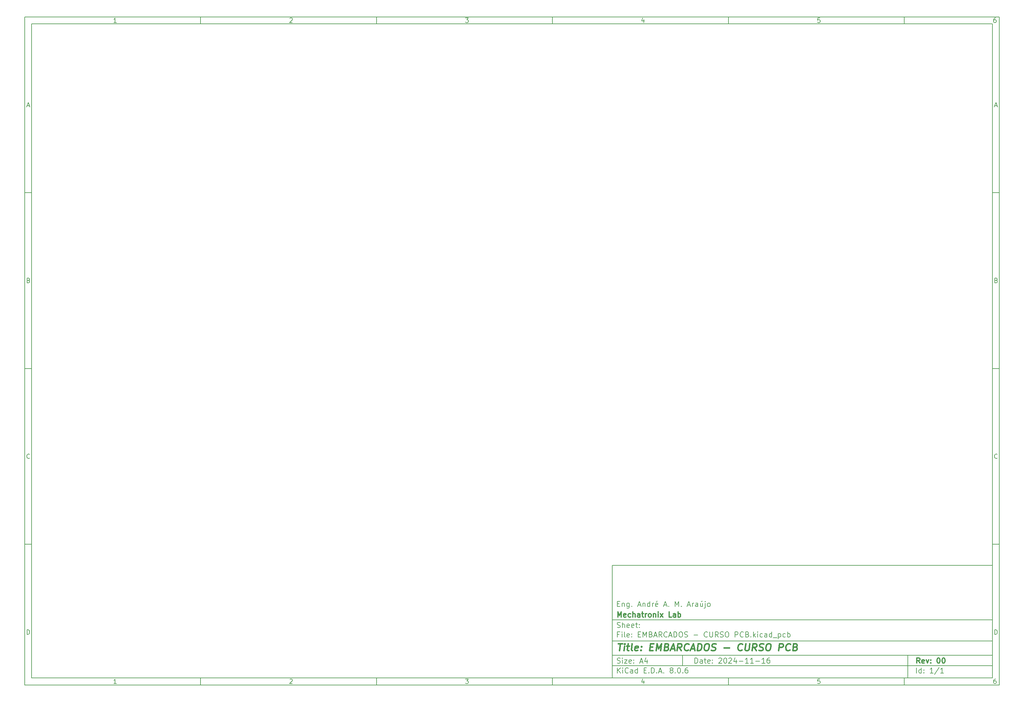
<source format=gbr>
%TF.GenerationSoftware,KiCad,Pcbnew,8.0.6*%
%TF.CreationDate,2024-11-24T18:55:18-03:00*%
%TF.ProjectId,EMBARCADOS - CURSO PCB,454d4241-5243-4414-944f-53202d204355,00*%
%TF.SameCoordinates,Original*%
%TF.FileFunction,Other,User*%
%FSLAX46Y46*%
G04 Gerber Fmt 4.6, Leading zero omitted, Abs format (unit mm)*
G04 Created by KiCad (PCBNEW 8.0.6) date 2024-11-24 18:55:18*
%MOMM*%
%LPD*%
G01*
G04 APERTURE LIST*
%ADD10C,0.100000*%
%ADD11C,0.150000*%
%ADD12C,0.300000*%
%ADD13C,0.400000*%
G04 APERTURE END LIST*
D10*
D11*
X177002200Y-166007200D02*
X285002200Y-166007200D01*
X285002200Y-198007200D01*
X177002200Y-198007200D01*
X177002200Y-166007200D01*
D10*
D11*
X10000000Y-10000000D02*
X287002200Y-10000000D01*
X287002200Y-200007200D01*
X10000000Y-200007200D01*
X10000000Y-10000000D01*
D10*
D11*
X12000000Y-12000000D02*
X285002200Y-12000000D01*
X285002200Y-198007200D01*
X12000000Y-198007200D01*
X12000000Y-12000000D01*
D10*
D11*
X60000000Y-12000000D02*
X60000000Y-10000000D01*
D10*
D11*
X110000000Y-12000000D02*
X110000000Y-10000000D01*
D10*
D11*
X160000000Y-12000000D02*
X160000000Y-10000000D01*
D10*
D11*
X210000000Y-12000000D02*
X210000000Y-10000000D01*
D10*
D11*
X260000000Y-12000000D02*
X260000000Y-10000000D01*
D10*
D11*
X36089160Y-11593604D02*
X35346303Y-11593604D01*
X35717731Y-11593604D02*
X35717731Y-10293604D01*
X35717731Y-10293604D02*
X35593922Y-10479319D01*
X35593922Y-10479319D02*
X35470112Y-10603128D01*
X35470112Y-10603128D02*
X35346303Y-10665033D01*
D10*
D11*
X85346303Y-10417414D02*
X85408207Y-10355509D01*
X85408207Y-10355509D02*
X85532017Y-10293604D01*
X85532017Y-10293604D02*
X85841541Y-10293604D01*
X85841541Y-10293604D02*
X85965350Y-10355509D01*
X85965350Y-10355509D02*
X86027255Y-10417414D01*
X86027255Y-10417414D02*
X86089160Y-10541223D01*
X86089160Y-10541223D02*
X86089160Y-10665033D01*
X86089160Y-10665033D02*
X86027255Y-10850747D01*
X86027255Y-10850747D02*
X85284398Y-11593604D01*
X85284398Y-11593604D02*
X86089160Y-11593604D01*
D10*
D11*
X135284398Y-10293604D02*
X136089160Y-10293604D01*
X136089160Y-10293604D02*
X135655826Y-10788842D01*
X135655826Y-10788842D02*
X135841541Y-10788842D01*
X135841541Y-10788842D02*
X135965350Y-10850747D01*
X135965350Y-10850747D02*
X136027255Y-10912652D01*
X136027255Y-10912652D02*
X136089160Y-11036461D01*
X136089160Y-11036461D02*
X136089160Y-11345985D01*
X136089160Y-11345985D02*
X136027255Y-11469795D01*
X136027255Y-11469795D02*
X135965350Y-11531700D01*
X135965350Y-11531700D02*
X135841541Y-11593604D01*
X135841541Y-11593604D02*
X135470112Y-11593604D01*
X135470112Y-11593604D02*
X135346303Y-11531700D01*
X135346303Y-11531700D02*
X135284398Y-11469795D01*
D10*
D11*
X185965350Y-10726938D02*
X185965350Y-11593604D01*
X185655826Y-10231700D02*
X185346303Y-11160271D01*
X185346303Y-11160271D02*
X186151064Y-11160271D01*
D10*
D11*
X236027255Y-10293604D02*
X235408207Y-10293604D01*
X235408207Y-10293604D02*
X235346303Y-10912652D01*
X235346303Y-10912652D02*
X235408207Y-10850747D01*
X235408207Y-10850747D02*
X235532017Y-10788842D01*
X235532017Y-10788842D02*
X235841541Y-10788842D01*
X235841541Y-10788842D02*
X235965350Y-10850747D01*
X235965350Y-10850747D02*
X236027255Y-10912652D01*
X236027255Y-10912652D02*
X236089160Y-11036461D01*
X236089160Y-11036461D02*
X236089160Y-11345985D01*
X236089160Y-11345985D02*
X236027255Y-11469795D01*
X236027255Y-11469795D02*
X235965350Y-11531700D01*
X235965350Y-11531700D02*
X235841541Y-11593604D01*
X235841541Y-11593604D02*
X235532017Y-11593604D01*
X235532017Y-11593604D02*
X235408207Y-11531700D01*
X235408207Y-11531700D02*
X235346303Y-11469795D01*
D10*
D11*
X285965350Y-10293604D02*
X285717731Y-10293604D01*
X285717731Y-10293604D02*
X285593922Y-10355509D01*
X285593922Y-10355509D02*
X285532017Y-10417414D01*
X285532017Y-10417414D02*
X285408207Y-10603128D01*
X285408207Y-10603128D02*
X285346303Y-10850747D01*
X285346303Y-10850747D02*
X285346303Y-11345985D01*
X285346303Y-11345985D02*
X285408207Y-11469795D01*
X285408207Y-11469795D02*
X285470112Y-11531700D01*
X285470112Y-11531700D02*
X285593922Y-11593604D01*
X285593922Y-11593604D02*
X285841541Y-11593604D01*
X285841541Y-11593604D02*
X285965350Y-11531700D01*
X285965350Y-11531700D02*
X286027255Y-11469795D01*
X286027255Y-11469795D02*
X286089160Y-11345985D01*
X286089160Y-11345985D02*
X286089160Y-11036461D01*
X286089160Y-11036461D02*
X286027255Y-10912652D01*
X286027255Y-10912652D02*
X285965350Y-10850747D01*
X285965350Y-10850747D02*
X285841541Y-10788842D01*
X285841541Y-10788842D02*
X285593922Y-10788842D01*
X285593922Y-10788842D02*
X285470112Y-10850747D01*
X285470112Y-10850747D02*
X285408207Y-10912652D01*
X285408207Y-10912652D02*
X285346303Y-11036461D01*
D10*
D11*
X60000000Y-198007200D02*
X60000000Y-200007200D01*
D10*
D11*
X110000000Y-198007200D02*
X110000000Y-200007200D01*
D10*
D11*
X160000000Y-198007200D02*
X160000000Y-200007200D01*
D10*
D11*
X210000000Y-198007200D02*
X210000000Y-200007200D01*
D10*
D11*
X260000000Y-198007200D02*
X260000000Y-200007200D01*
D10*
D11*
X36089160Y-199600804D02*
X35346303Y-199600804D01*
X35717731Y-199600804D02*
X35717731Y-198300804D01*
X35717731Y-198300804D02*
X35593922Y-198486519D01*
X35593922Y-198486519D02*
X35470112Y-198610328D01*
X35470112Y-198610328D02*
X35346303Y-198672233D01*
D10*
D11*
X85346303Y-198424614D02*
X85408207Y-198362709D01*
X85408207Y-198362709D02*
X85532017Y-198300804D01*
X85532017Y-198300804D02*
X85841541Y-198300804D01*
X85841541Y-198300804D02*
X85965350Y-198362709D01*
X85965350Y-198362709D02*
X86027255Y-198424614D01*
X86027255Y-198424614D02*
X86089160Y-198548423D01*
X86089160Y-198548423D02*
X86089160Y-198672233D01*
X86089160Y-198672233D02*
X86027255Y-198857947D01*
X86027255Y-198857947D02*
X85284398Y-199600804D01*
X85284398Y-199600804D02*
X86089160Y-199600804D01*
D10*
D11*
X135284398Y-198300804D02*
X136089160Y-198300804D01*
X136089160Y-198300804D02*
X135655826Y-198796042D01*
X135655826Y-198796042D02*
X135841541Y-198796042D01*
X135841541Y-198796042D02*
X135965350Y-198857947D01*
X135965350Y-198857947D02*
X136027255Y-198919852D01*
X136027255Y-198919852D02*
X136089160Y-199043661D01*
X136089160Y-199043661D02*
X136089160Y-199353185D01*
X136089160Y-199353185D02*
X136027255Y-199476995D01*
X136027255Y-199476995D02*
X135965350Y-199538900D01*
X135965350Y-199538900D02*
X135841541Y-199600804D01*
X135841541Y-199600804D02*
X135470112Y-199600804D01*
X135470112Y-199600804D02*
X135346303Y-199538900D01*
X135346303Y-199538900D02*
X135284398Y-199476995D01*
D10*
D11*
X185965350Y-198734138D02*
X185965350Y-199600804D01*
X185655826Y-198238900D02*
X185346303Y-199167471D01*
X185346303Y-199167471D02*
X186151064Y-199167471D01*
D10*
D11*
X236027255Y-198300804D02*
X235408207Y-198300804D01*
X235408207Y-198300804D02*
X235346303Y-198919852D01*
X235346303Y-198919852D02*
X235408207Y-198857947D01*
X235408207Y-198857947D02*
X235532017Y-198796042D01*
X235532017Y-198796042D02*
X235841541Y-198796042D01*
X235841541Y-198796042D02*
X235965350Y-198857947D01*
X235965350Y-198857947D02*
X236027255Y-198919852D01*
X236027255Y-198919852D02*
X236089160Y-199043661D01*
X236089160Y-199043661D02*
X236089160Y-199353185D01*
X236089160Y-199353185D02*
X236027255Y-199476995D01*
X236027255Y-199476995D02*
X235965350Y-199538900D01*
X235965350Y-199538900D02*
X235841541Y-199600804D01*
X235841541Y-199600804D02*
X235532017Y-199600804D01*
X235532017Y-199600804D02*
X235408207Y-199538900D01*
X235408207Y-199538900D02*
X235346303Y-199476995D01*
D10*
D11*
X285965350Y-198300804D02*
X285717731Y-198300804D01*
X285717731Y-198300804D02*
X285593922Y-198362709D01*
X285593922Y-198362709D02*
X285532017Y-198424614D01*
X285532017Y-198424614D02*
X285408207Y-198610328D01*
X285408207Y-198610328D02*
X285346303Y-198857947D01*
X285346303Y-198857947D02*
X285346303Y-199353185D01*
X285346303Y-199353185D02*
X285408207Y-199476995D01*
X285408207Y-199476995D02*
X285470112Y-199538900D01*
X285470112Y-199538900D02*
X285593922Y-199600804D01*
X285593922Y-199600804D02*
X285841541Y-199600804D01*
X285841541Y-199600804D02*
X285965350Y-199538900D01*
X285965350Y-199538900D02*
X286027255Y-199476995D01*
X286027255Y-199476995D02*
X286089160Y-199353185D01*
X286089160Y-199353185D02*
X286089160Y-199043661D01*
X286089160Y-199043661D02*
X286027255Y-198919852D01*
X286027255Y-198919852D02*
X285965350Y-198857947D01*
X285965350Y-198857947D02*
X285841541Y-198796042D01*
X285841541Y-198796042D02*
X285593922Y-198796042D01*
X285593922Y-198796042D02*
X285470112Y-198857947D01*
X285470112Y-198857947D02*
X285408207Y-198919852D01*
X285408207Y-198919852D02*
X285346303Y-199043661D01*
D10*
D11*
X10000000Y-60000000D02*
X12000000Y-60000000D01*
D10*
D11*
X10000000Y-110000000D02*
X12000000Y-110000000D01*
D10*
D11*
X10000000Y-160000000D02*
X12000000Y-160000000D01*
D10*
D11*
X10690476Y-35222176D02*
X11309523Y-35222176D01*
X10566666Y-35593604D02*
X10999999Y-34293604D01*
X10999999Y-34293604D02*
X11433333Y-35593604D01*
D10*
D11*
X11092857Y-84912652D02*
X11278571Y-84974557D01*
X11278571Y-84974557D02*
X11340476Y-85036461D01*
X11340476Y-85036461D02*
X11402380Y-85160271D01*
X11402380Y-85160271D02*
X11402380Y-85345985D01*
X11402380Y-85345985D02*
X11340476Y-85469795D01*
X11340476Y-85469795D02*
X11278571Y-85531700D01*
X11278571Y-85531700D02*
X11154761Y-85593604D01*
X11154761Y-85593604D02*
X10659523Y-85593604D01*
X10659523Y-85593604D02*
X10659523Y-84293604D01*
X10659523Y-84293604D02*
X11092857Y-84293604D01*
X11092857Y-84293604D02*
X11216666Y-84355509D01*
X11216666Y-84355509D02*
X11278571Y-84417414D01*
X11278571Y-84417414D02*
X11340476Y-84541223D01*
X11340476Y-84541223D02*
X11340476Y-84665033D01*
X11340476Y-84665033D02*
X11278571Y-84788842D01*
X11278571Y-84788842D02*
X11216666Y-84850747D01*
X11216666Y-84850747D02*
X11092857Y-84912652D01*
X11092857Y-84912652D02*
X10659523Y-84912652D01*
D10*
D11*
X11402380Y-135469795D02*
X11340476Y-135531700D01*
X11340476Y-135531700D02*
X11154761Y-135593604D01*
X11154761Y-135593604D02*
X11030952Y-135593604D01*
X11030952Y-135593604D02*
X10845238Y-135531700D01*
X10845238Y-135531700D02*
X10721428Y-135407890D01*
X10721428Y-135407890D02*
X10659523Y-135284080D01*
X10659523Y-135284080D02*
X10597619Y-135036461D01*
X10597619Y-135036461D02*
X10597619Y-134850747D01*
X10597619Y-134850747D02*
X10659523Y-134603128D01*
X10659523Y-134603128D02*
X10721428Y-134479319D01*
X10721428Y-134479319D02*
X10845238Y-134355509D01*
X10845238Y-134355509D02*
X11030952Y-134293604D01*
X11030952Y-134293604D02*
X11154761Y-134293604D01*
X11154761Y-134293604D02*
X11340476Y-134355509D01*
X11340476Y-134355509D02*
X11402380Y-134417414D01*
D10*
D11*
X10659523Y-185593604D02*
X10659523Y-184293604D01*
X10659523Y-184293604D02*
X10969047Y-184293604D01*
X10969047Y-184293604D02*
X11154761Y-184355509D01*
X11154761Y-184355509D02*
X11278571Y-184479319D01*
X11278571Y-184479319D02*
X11340476Y-184603128D01*
X11340476Y-184603128D02*
X11402380Y-184850747D01*
X11402380Y-184850747D02*
X11402380Y-185036461D01*
X11402380Y-185036461D02*
X11340476Y-185284080D01*
X11340476Y-185284080D02*
X11278571Y-185407890D01*
X11278571Y-185407890D02*
X11154761Y-185531700D01*
X11154761Y-185531700D02*
X10969047Y-185593604D01*
X10969047Y-185593604D02*
X10659523Y-185593604D01*
D10*
D11*
X287002200Y-60000000D02*
X285002200Y-60000000D01*
D10*
D11*
X287002200Y-110000000D02*
X285002200Y-110000000D01*
D10*
D11*
X287002200Y-160000000D02*
X285002200Y-160000000D01*
D10*
D11*
X285692676Y-35222176D02*
X286311723Y-35222176D01*
X285568866Y-35593604D02*
X286002199Y-34293604D01*
X286002199Y-34293604D02*
X286435533Y-35593604D01*
D10*
D11*
X286095057Y-84912652D02*
X286280771Y-84974557D01*
X286280771Y-84974557D02*
X286342676Y-85036461D01*
X286342676Y-85036461D02*
X286404580Y-85160271D01*
X286404580Y-85160271D02*
X286404580Y-85345985D01*
X286404580Y-85345985D02*
X286342676Y-85469795D01*
X286342676Y-85469795D02*
X286280771Y-85531700D01*
X286280771Y-85531700D02*
X286156961Y-85593604D01*
X286156961Y-85593604D02*
X285661723Y-85593604D01*
X285661723Y-85593604D02*
X285661723Y-84293604D01*
X285661723Y-84293604D02*
X286095057Y-84293604D01*
X286095057Y-84293604D02*
X286218866Y-84355509D01*
X286218866Y-84355509D02*
X286280771Y-84417414D01*
X286280771Y-84417414D02*
X286342676Y-84541223D01*
X286342676Y-84541223D02*
X286342676Y-84665033D01*
X286342676Y-84665033D02*
X286280771Y-84788842D01*
X286280771Y-84788842D02*
X286218866Y-84850747D01*
X286218866Y-84850747D02*
X286095057Y-84912652D01*
X286095057Y-84912652D02*
X285661723Y-84912652D01*
D10*
D11*
X286404580Y-135469795D02*
X286342676Y-135531700D01*
X286342676Y-135531700D02*
X286156961Y-135593604D01*
X286156961Y-135593604D02*
X286033152Y-135593604D01*
X286033152Y-135593604D02*
X285847438Y-135531700D01*
X285847438Y-135531700D02*
X285723628Y-135407890D01*
X285723628Y-135407890D02*
X285661723Y-135284080D01*
X285661723Y-135284080D02*
X285599819Y-135036461D01*
X285599819Y-135036461D02*
X285599819Y-134850747D01*
X285599819Y-134850747D02*
X285661723Y-134603128D01*
X285661723Y-134603128D02*
X285723628Y-134479319D01*
X285723628Y-134479319D02*
X285847438Y-134355509D01*
X285847438Y-134355509D02*
X286033152Y-134293604D01*
X286033152Y-134293604D02*
X286156961Y-134293604D01*
X286156961Y-134293604D02*
X286342676Y-134355509D01*
X286342676Y-134355509D02*
X286404580Y-134417414D01*
D10*
D11*
X285661723Y-185593604D02*
X285661723Y-184293604D01*
X285661723Y-184293604D02*
X285971247Y-184293604D01*
X285971247Y-184293604D02*
X286156961Y-184355509D01*
X286156961Y-184355509D02*
X286280771Y-184479319D01*
X286280771Y-184479319D02*
X286342676Y-184603128D01*
X286342676Y-184603128D02*
X286404580Y-184850747D01*
X286404580Y-184850747D02*
X286404580Y-185036461D01*
X286404580Y-185036461D02*
X286342676Y-185284080D01*
X286342676Y-185284080D02*
X286280771Y-185407890D01*
X286280771Y-185407890D02*
X286156961Y-185531700D01*
X286156961Y-185531700D02*
X285971247Y-185593604D01*
X285971247Y-185593604D02*
X285661723Y-185593604D01*
D10*
D11*
X200458026Y-193793328D02*
X200458026Y-192293328D01*
X200458026Y-192293328D02*
X200815169Y-192293328D01*
X200815169Y-192293328D02*
X201029455Y-192364757D01*
X201029455Y-192364757D02*
X201172312Y-192507614D01*
X201172312Y-192507614D02*
X201243741Y-192650471D01*
X201243741Y-192650471D02*
X201315169Y-192936185D01*
X201315169Y-192936185D02*
X201315169Y-193150471D01*
X201315169Y-193150471D02*
X201243741Y-193436185D01*
X201243741Y-193436185D02*
X201172312Y-193579042D01*
X201172312Y-193579042D02*
X201029455Y-193721900D01*
X201029455Y-193721900D02*
X200815169Y-193793328D01*
X200815169Y-193793328D02*
X200458026Y-193793328D01*
X202600884Y-193793328D02*
X202600884Y-193007614D01*
X202600884Y-193007614D02*
X202529455Y-192864757D01*
X202529455Y-192864757D02*
X202386598Y-192793328D01*
X202386598Y-192793328D02*
X202100884Y-192793328D01*
X202100884Y-192793328D02*
X201958026Y-192864757D01*
X202600884Y-193721900D02*
X202458026Y-193793328D01*
X202458026Y-193793328D02*
X202100884Y-193793328D01*
X202100884Y-193793328D02*
X201958026Y-193721900D01*
X201958026Y-193721900D02*
X201886598Y-193579042D01*
X201886598Y-193579042D02*
X201886598Y-193436185D01*
X201886598Y-193436185D02*
X201958026Y-193293328D01*
X201958026Y-193293328D02*
X202100884Y-193221900D01*
X202100884Y-193221900D02*
X202458026Y-193221900D01*
X202458026Y-193221900D02*
X202600884Y-193150471D01*
X203100884Y-192793328D02*
X203672312Y-192793328D01*
X203315169Y-192293328D02*
X203315169Y-193579042D01*
X203315169Y-193579042D02*
X203386598Y-193721900D01*
X203386598Y-193721900D02*
X203529455Y-193793328D01*
X203529455Y-193793328D02*
X203672312Y-193793328D01*
X204743741Y-193721900D02*
X204600884Y-193793328D01*
X204600884Y-193793328D02*
X204315170Y-193793328D01*
X204315170Y-193793328D02*
X204172312Y-193721900D01*
X204172312Y-193721900D02*
X204100884Y-193579042D01*
X204100884Y-193579042D02*
X204100884Y-193007614D01*
X204100884Y-193007614D02*
X204172312Y-192864757D01*
X204172312Y-192864757D02*
X204315170Y-192793328D01*
X204315170Y-192793328D02*
X204600884Y-192793328D01*
X204600884Y-192793328D02*
X204743741Y-192864757D01*
X204743741Y-192864757D02*
X204815170Y-193007614D01*
X204815170Y-193007614D02*
X204815170Y-193150471D01*
X204815170Y-193150471D02*
X204100884Y-193293328D01*
X205458026Y-193650471D02*
X205529455Y-193721900D01*
X205529455Y-193721900D02*
X205458026Y-193793328D01*
X205458026Y-193793328D02*
X205386598Y-193721900D01*
X205386598Y-193721900D02*
X205458026Y-193650471D01*
X205458026Y-193650471D02*
X205458026Y-193793328D01*
X205458026Y-192864757D02*
X205529455Y-192936185D01*
X205529455Y-192936185D02*
X205458026Y-193007614D01*
X205458026Y-193007614D02*
X205386598Y-192936185D01*
X205386598Y-192936185D02*
X205458026Y-192864757D01*
X205458026Y-192864757D02*
X205458026Y-193007614D01*
X207243741Y-192436185D02*
X207315169Y-192364757D01*
X207315169Y-192364757D02*
X207458027Y-192293328D01*
X207458027Y-192293328D02*
X207815169Y-192293328D01*
X207815169Y-192293328D02*
X207958027Y-192364757D01*
X207958027Y-192364757D02*
X208029455Y-192436185D01*
X208029455Y-192436185D02*
X208100884Y-192579042D01*
X208100884Y-192579042D02*
X208100884Y-192721900D01*
X208100884Y-192721900D02*
X208029455Y-192936185D01*
X208029455Y-192936185D02*
X207172312Y-193793328D01*
X207172312Y-193793328D02*
X208100884Y-193793328D01*
X209029455Y-192293328D02*
X209172312Y-192293328D01*
X209172312Y-192293328D02*
X209315169Y-192364757D01*
X209315169Y-192364757D02*
X209386598Y-192436185D01*
X209386598Y-192436185D02*
X209458026Y-192579042D01*
X209458026Y-192579042D02*
X209529455Y-192864757D01*
X209529455Y-192864757D02*
X209529455Y-193221900D01*
X209529455Y-193221900D02*
X209458026Y-193507614D01*
X209458026Y-193507614D02*
X209386598Y-193650471D01*
X209386598Y-193650471D02*
X209315169Y-193721900D01*
X209315169Y-193721900D02*
X209172312Y-193793328D01*
X209172312Y-193793328D02*
X209029455Y-193793328D01*
X209029455Y-193793328D02*
X208886598Y-193721900D01*
X208886598Y-193721900D02*
X208815169Y-193650471D01*
X208815169Y-193650471D02*
X208743740Y-193507614D01*
X208743740Y-193507614D02*
X208672312Y-193221900D01*
X208672312Y-193221900D02*
X208672312Y-192864757D01*
X208672312Y-192864757D02*
X208743740Y-192579042D01*
X208743740Y-192579042D02*
X208815169Y-192436185D01*
X208815169Y-192436185D02*
X208886598Y-192364757D01*
X208886598Y-192364757D02*
X209029455Y-192293328D01*
X210100883Y-192436185D02*
X210172311Y-192364757D01*
X210172311Y-192364757D02*
X210315169Y-192293328D01*
X210315169Y-192293328D02*
X210672311Y-192293328D01*
X210672311Y-192293328D02*
X210815169Y-192364757D01*
X210815169Y-192364757D02*
X210886597Y-192436185D01*
X210886597Y-192436185D02*
X210958026Y-192579042D01*
X210958026Y-192579042D02*
X210958026Y-192721900D01*
X210958026Y-192721900D02*
X210886597Y-192936185D01*
X210886597Y-192936185D02*
X210029454Y-193793328D01*
X210029454Y-193793328D02*
X210958026Y-193793328D01*
X212243740Y-192793328D02*
X212243740Y-193793328D01*
X211886597Y-192221900D02*
X211529454Y-193293328D01*
X211529454Y-193293328D02*
X212458025Y-193293328D01*
X213029453Y-193221900D02*
X214172311Y-193221900D01*
X215672311Y-193793328D02*
X214815168Y-193793328D01*
X215243739Y-193793328D02*
X215243739Y-192293328D01*
X215243739Y-192293328D02*
X215100882Y-192507614D01*
X215100882Y-192507614D02*
X214958025Y-192650471D01*
X214958025Y-192650471D02*
X214815168Y-192721900D01*
X217100882Y-193793328D02*
X216243739Y-193793328D01*
X216672310Y-193793328D02*
X216672310Y-192293328D01*
X216672310Y-192293328D02*
X216529453Y-192507614D01*
X216529453Y-192507614D02*
X216386596Y-192650471D01*
X216386596Y-192650471D02*
X216243739Y-192721900D01*
X217743738Y-193221900D02*
X218886596Y-193221900D01*
X220386596Y-193793328D02*
X219529453Y-193793328D01*
X219958024Y-193793328D02*
X219958024Y-192293328D01*
X219958024Y-192293328D02*
X219815167Y-192507614D01*
X219815167Y-192507614D02*
X219672310Y-192650471D01*
X219672310Y-192650471D02*
X219529453Y-192721900D01*
X221672310Y-192293328D02*
X221386595Y-192293328D01*
X221386595Y-192293328D02*
X221243738Y-192364757D01*
X221243738Y-192364757D02*
X221172310Y-192436185D01*
X221172310Y-192436185D02*
X221029452Y-192650471D01*
X221029452Y-192650471D02*
X220958024Y-192936185D01*
X220958024Y-192936185D02*
X220958024Y-193507614D01*
X220958024Y-193507614D02*
X221029452Y-193650471D01*
X221029452Y-193650471D02*
X221100881Y-193721900D01*
X221100881Y-193721900D02*
X221243738Y-193793328D01*
X221243738Y-193793328D02*
X221529452Y-193793328D01*
X221529452Y-193793328D02*
X221672310Y-193721900D01*
X221672310Y-193721900D02*
X221743738Y-193650471D01*
X221743738Y-193650471D02*
X221815167Y-193507614D01*
X221815167Y-193507614D02*
X221815167Y-193150471D01*
X221815167Y-193150471D02*
X221743738Y-193007614D01*
X221743738Y-193007614D02*
X221672310Y-192936185D01*
X221672310Y-192936185D02*
X221529452Y-192864757D01*
X221529452Y-192864757D02*
X221243738Y-192864757D01*
X221243738Y-192864757D02*
X221100881Y-192936185D01*
X221100881Y-192936185D02*
X221029452Y-193007614D01*
X221029452Y-193007614D02*
X220958024Y-193150471D01*
D10*
D11*
X177002200Y-194507200D02*
X285002200Y-194507200D01*
D10*
D11*
X178458026Y-196593328D02*
X178458026Y-195093328D01*
X179315169Y-196593328D02*
X178672312Y-195736185D01*
X179315169Y-195093328D02*
X178458026Y-195950471D01*
X179958026Y-196593328D02*
X179958026Y-195593328D01*
X179958026Y-195093328D02*
X179886598Y-195164757D01*
X179886598Y-195164757D02*
X179958026Y-195236185D01*
X179958026Y-195236185D02*
X180029455Y-195164757D01*
X180029455Y-195164757D02*
X179958026Y-195093328D01*
X179958026Y-195093328D02*
X179958026Y-195236185D01*
X181529455Y-196450471D02*
X181458027Y-196521900D01*
X181458027Y-196521900D02*
X181243741Y-196593328D01*
X181243741Y-196593328D02*
X181100884Y-196593328D01*
X181100884Y-196593328D02*
X180886598Y-196521900D01*
X180886598Y-196521900D02*
X180743741Y-196379042D01*
X180743741Y-196379042D02*
X180672312Y-196236185D01*
X180672312Y-196236185D02*
X180600884Y-195950471D01*
X180600884Y-195950471D02*
X180600884Y-195736185D01*
X180600884Y-195736185D02*
X180672312Y-195450471D01*
X180672312Y-195450471D02*
X180743741Y-195307614D01*
X180743741Y-195307614D02*
X180886598Y-195164757D01*
X180886598Y-195164757D02*
X181100884Y-195093328D01*
X181100884Y-195093328D02*
X181243741Y-195093328D01*
X181243741Y-195093328D02*
X181458027Y-195164757D01*
X181458027Y-195164757D02*
X181529455Y-195236185D01*
X182815170Y-196593328D02*
X182815170Y-195807614D01*
X182815170Y-195807614D02*
X182743741Y-195664757D01*
X182743741Y-195664757D02*
X182600884Y-195593328D01*
X182600884Y-195593328D02*
X182315170Y-195593328D01*
X182315170Y-195593328D02*
X182172312Y-195664757D01*
X182815170Y-196521900D02*
X182672312Y-196593328D01*
X182672312Y-196593328D02*
X182315170Y-196593328D01*
X182315170Y-196593328D02*
X182172312Y-196521900D01*
X182172312Y-196521900D02*
X182100884Y-196379042D01*
X182100884Y-196379042D02*
X182100884Y-196236185D01*
X182100884Y-196236185D02*
X182172312Y-196093328D01*
X182172312Y-196093328D02*
X182315170Y-196021900D01*
X182315170Y-196021900D02*
X182672312Y-196021900D01*
X182672312Y-196021900D02*
X182815170Y-195950471D01*
X184172313Y-196593328D02*
X184172313Y-195093328D01*
X184172313Y-196521900D02*
X184029455Y-196593328D01*
X184029455Y-196593328D02*
X183743741Y-196593328D01*
X183743741Y-196593328D02*
X183600884Y-196521900D01*
X183600884Y-196521900D02*
X183529455Y-196450471D01*
X183529455Y-196450471D02*
X183458027Y-196307614D01*
X183458027Y-196307614D02*
X183458027Y-195879042D01*
X183458027Y-195879042D02*
X183529455Y-195736185D01*
X183529455Y-195736185D02*
X183600884Y-195664757D01*
X183600884Y-195664757D02*
X183743741Y-195593328D01*
X183743741Y-195593328D02*
X184029455Y-195593328D01*
X184029455Y-195593328D02*
X184172313Y-195664757D01*
X186029455Y-195807614D02*
X186529455Y-195807614D01*
X186743741Y-196593328D02*
X186029455Y-196593328D01*
X186029455Y-196593328D02*
X186029455Y-195093328D01*
X186029455Y-195093328D02*
X186743741Y-195093328D01*
X187386598Y-196450471D02*
X187458027Y-196521900D01*
X187458027Y-196521900D02*
X187386598Y-196593328D01*
X187386598Y-196593328D02*
X187315170Y-196521900D01*
X187315170Y-196521900D02*
X187386598Y-196450471D01*
X187386598Y-196450471D02*
X187386598Y-196593328D01*
X188100884Y-196593328D02*
X188100884Y-195093328D01*
X188100884Y-195093328D02*
X188458027Y-195093328D01*
X188458027Y-195093328D02*
X188672313Y-195164757D01*
X188672313Y-195164757D02*
X188815170Y-195307614D01*
X188815170Y-195307614D02*
X188886599Y-195450471D01*
X188886599Y-195450471D02*
X188958027Y-195736185D01*
X188958027Y-195736185D02*
X188958027Y-195950471D01*
X188958027Y-195950471D02*
X188886599Y-196236185D01*
X188886599Y-196236185D02*
X188815170Y-196379042D01*
X188815170Y-196379042D02*
X188672313Y-196521900D01*
X188672313Y-196521900D02*
X188458027Y-196593328D01*
X188458027Y-196593328D02*
X188100884Y-196593328D01*
X189600884Y-196450471D02*
X189672313Y-196521900D01*
X189672313Y-196521900D02*
X189600884Y-196593328D01*
X189600884Y-196593328D02*
X189529456Y-196521900D01*
X189529456Y-196521900D02*
X189600884Y-196450471D01*
X189600884Y-196450471D02*
X189600884Y-196593328D01*
X190243742Y-196164757D02*
X190958028Y-196164757D01*
X190100885Y-196593328D02*
X190600885Y-195093328D01*
X190600885Y-195093328D02*
X191100885Y-196593328D01*
X191600884Y-196450471D02*
X191672313Y-196521900D01*
X191672313Y-196521900D02*
X191600884Y-196593328D01*
X191600884Y-196593328D02*
X191529456Y-196521900D01*
X191529456Y-196521900D02*
X191600884Y-196450471D01*
X191600884Y-196450471D02*
X191600884Y-196593328D01*
X193672313Y-195736185D02*
X193529456Y-195664757D01*
X193529456Y-195664757D02*
X193458027Y-195593328D01*
X193458027Y-195593328D02*
X193386599Y-195450471D01*
X193386599Y-195450471D02*
X193386599Y-195379042D01*
X193386599Y-195379042D02*
X193458027Y-195236185D01*
X193458027Y-195236185D02*
X193529456Y-195164757D01*
X193529456Y-195164757D02*
X193672313Y-195093328D01*
X193672313Y-195093328D02*
X193958027Y-195093328D01*
X193958027Y-195093328D02*
X194100885Y-195164757D01*
X194100885Y-195164757D02*
X194172313Y-195236185D01*
X194172313Y-195236185D02*
X194243742Y-195379042D01*
X194243742Y-195379042D02*
X194243742Y-195450471D01*
X194243742Y-195450471D02*
X194172313Y-195593328D01*
X194172313Y-195593328D02*
X194100885Y-195664757D01*
X194100885Y-195664757D02*
X193958027Y-195736185D01*
X193958027Y-195736185D02*
X193672313Y-195736185D01*
X193672313Y-195736185D02*
X193529456Y-195807614D01*
X193529456Y-195807614D02*
X193458027Y-195879042D01*
X193458027Y-195879042D02*
X193386599Y-196021900D01*
X193386599Y-196021900D02*
X193386599Y-196307614D01*
X193386599Y-196307614D02*
X193458027Y-196450471D01*
X193458027Y-196450471D02*
X193529456Y-196521900D01*
X193529456Y-196521900D02*
X193672313Y-196593328D01*
X193672313Y-196593328D02*
X193958027Y-196593328D01*
X193958027Y-196593328D02*
X194100885Y-196521900D01*
X194100885Y-196521900D02*
X194172313Y-196450471D01*
X194172313Y-196450471D02*
X194243742Y-196307614D01*
X194243742Y-196307614D02*
X194243742Y-196021900D01*
X194243742Y-196021900D02*
X194172313Y-195879042D01*
X194172313Y-195879042D02*
X194100885Y-195807614D01*
X194100885Y-195807614D02*
X193958027Y-195736185D01*
X194886598Y-196450471D02*
X194958027Y-196521900D01*
X194958027Y-196521900D02*
X194886598Y-196593328D01*
X194886598Y-196593328D02*
X194815170Y-196521900D01*
X194815170Y-196521900D02*
X194886598Y-196450471D01*
X194886598Y-196450471D02*
X194886598Y-196593328D01*
X195886599Y-195093328D02*
X196029456Y-195093328D01*
X196029456Y-195093328D02*
X196172313Y-195164757D01*
X196172313Y-195164757D02*
X196243742Y-195236185D01*
X196243742Y-195236185D02*
X196315170Y-195379042D01*
X196315170Y-195379042D02*
X196386599Y-195664757D01*
X196386599Y-195664757D02*
X196386599Y-196021900D01*
X196386599Y-196021900D02*
X196315170Y-196307614D01*
X196315170Y-196307614D02*
X196243742Y-196450471D01*
X196243742Y-196450471D02*
X196172313Y-196521900D01*
X196172313Y-196521900D02*
X196029456Y-196593328D01*
X196029456Y-196593328D02*
X195886599Y-196593328D01*
X195886599Y-196593328D02*
X195743742Y-196521900D01*
X195743742Y-196521900D02*
X195672313Y-196450471D01*
X195672313Y-196450471D02*
X195600884Y-196307614D01*
X195600884Y-196307614D02*
X195529456Y-196021900D01*
X195529456Y-196021900D02*
X195529456Y-195664757D01*
X195529456Y-195664757D02*
X195600884Y-195379042D01*
X195600884Y-195379042D02*
X195672313Y-195236185D01*
X195672313Y-195236185D02*
X195743742Y-195164757D01*
X195743742Y-195164757D02*
X195886599Y-195093328D01*
X197029455Y-196450471D02*
X197100884Y-196521900D01*
X197100884Y-196521900D02*
X197029455Y-196593328D01*
X197029455Y-196593328D02*
X196958027Y-196521900D01*
X196958027Y-196521900D02*
X197029455Y-196450471D01*
X197029455Y-196450471D02*
X197029455Y-196593328D01*
X198386599Y-195093328D02*
X198100884Y-195093328D01*
X198100884Y-195093328D02*
X197958027Y-195164757D01*
X197958027Y-195164757D02*
X197886599Y-195236185D01*
X197886599Y-195236185D02*
X197743741Y-195450471D01*
X197743741Y-195450471D02*
X197672313Y-195736185D01*
X197672313Y-195736185D02*
X197672313Y-196307614D01*
X197672313Y-196307614D02*
X197743741Y-196450471D01*
X197743741Y-196450471D02*
X197815170Y-196521900D01*
X197815170Y-196521900D02*
X197958027Y-196593328D01*
X197958027Y-196593328D02*
X198243741Y-196593328D01*
X198243741Y-196593328D02*
X198386599Y-196521900D01*
X198386599Y-196521900D02*
X198458027Y-196450471D01*
X198458027Y-196450471D02*
X198529456Y-196307614D01*
X198529456Y-196307614D02*
X198529456Y-195950471D01*
X198529456Y-195950471D02*
X198458027Y-195807614D01*
X198458027Y-195807614D02*
X198386599Y-195736185D01*
X198386599Y-195736185D02*
X198243741Y-195664757D01*
X198243741Y-195664757D02*
X197958027Y-195664757D01*
X197958027Y-195664757D02*
X197815170Y-195736185D01*
X197815170Y-195736185D02*
X197743741Y-195807614D01*
X197743741Y-195807614D02*
X197672313Y-195950471D01*
D10*
D11*
X177002200Y-191507200D02*
X285002200Y-191507200D01*
D10*
D12*
X264413853Y-193785528D02*
X263913853Y-193071242D01*
X263556710Y-193785528D02*
X263556710Y-192285528D01*
X263556710Y-192285528D02*
X264128139Y-192285528D01*
X264128139Y-192285528D02*
X264270996Y-192356957D01*
X264270996Y-192356957D02*
X264342425Y-192428385D01*
X264342425Y-192428385D02*
X264413853Y-192571242D01*
X264413853Y-192571242D02*
X264413853Y-192785528D01*
X264413853Y-192785528D02*
X264342425Y-192928385D01*
X264342425Y-192928385D02*
X264270996Y-192999814D01*
X264270996Y-192999814D02*
X264128139Y-193071242D01*
X264128139Y-193071242D02*
X263556710Y-193071242D01*
X265628139Y-193714100D02*
X265485282Y-193785528D01*
X265485282Y-193785528D02*
X265199568Y-193785528D01*
X265199568Y-193785528D02*
X265056710Y-193714100D01*
X265056710Y-193714100D02*
X264985282Y-193571242D01*
X264985282Y-193571242D02*
X264985282Y-192999814D01*
X264985282Y-192999814D02*
X265056710Y-192856957D01*
X265056710Y-192856957D02*
X265199568Y-192785528D01*
X265199568Y-192785528D02*
X265485282Y-192785528D01*
X265485282Y-192785528D02*
X265628139Y-192856957D01*
X265628139Y-192856957D02*
X265699568Y-192999814D01*
X265699568Y-192999814D02*
X265699568Y-193142671D01*
X265699568Y-193142671D02*
X264985282Y-193285528D01*
X266199567Y-192785528D02*
X266556710Y-193785528D01*
X266556710Y-193785528D02*
X266913853Y-192785528D01*
X267485281Y-193642671D02*
X267556710Y-193714100D01*
X267556710Y-193714100D02*
X267485281Y-193785528D01*
X267485281Y-193785528D02*
X267413853Y-193714100D01*
X267413853Y-193714100D02*
X267485281Y-193642671D01*
X267485281Y-193642671D02*
X267485281Y-193785528D01*
X267485281Y-192856957D02*
X267556710Y-192928385D01*
X267556710Y-192928385D02*
X267485281Y-192999814D01*
X267485281Y-192999814D02*
X267413853Y-192928385D01*
X267413853Y-192928385D02*
X267485281Y-192856957D01*
X267485281Y-192856957D02*
X267485281Y-192999814D01*
X269628139Y-192285528D02*
X269770996Y-192285528D01*
X269770996Y-192285528D02*
X269913853Y-192356957D01*
X269913853Y-192356957D02*
X269985282Y-192428385D01*
X269985282Y-192428385D02*
X270056710Y-192571242D01*
X270056710Y-192571242D02*
X270128139Y-192856957D01*
X270128139Y-192856957D02*
X270128139Y-193214100D01*
X270128139Y-193214100D02*
X270056710Y-193499814D01*
X270056710Y-193499814D02*
X269985282Y-193642671D01*
X269985282Y-193642671D02*
X269913853Y-193714100D01*
X269913853Y-193714100D02*
X269770996Y-193785528D01*
X269770996Y-193785528D02*
X269628139Y-193785528D01*
X269628139Y-193785528D02*
X269485282Y-193714100D01*
X269485282Y-193714100D02*
X269413853Y-193642671D01*
X269413853Y-193642671D02*
X269342424Y-193499814D01*
X269342424Y-193499814D02*
X269270996Y-193214100D01*
X269270996Y-193214100D02*
X269270996Y-192856957D01*
X269270996Y-192856957D02*
X269342424Y-192571242D01*
X269342424Y-192571242D02*
X269413853Y-192428385D01*
X269413853Y-192428385D02*
X269485282Y-192356957D01*
X269485282Y-192356957D02*
X269628139Y-192285528D01*
X271056710Y-192285528D02*
X271199567Y-192285528D01*
X271199567Y-192285528D02*
X271342424Y-192356957D01*
X271342424Y-192356957D02*
X271413853Y-192428385D01*
X271413853Y-192428385D02*
X271485281Y-192571242D01*
X271485281Y-192571242D02*
X271556710Y-192856957D01*
X271556710Y-192856957D02*
X271556710Y-193214100D01*
X271556710Y-193214100D02*
X271485281Y-193499814D01*
X271485281Y-193499814D02*
X271413853Y-193642671D01*
X271413853Y-193642671D02*
X271342424Y-193714100D01*
X271342424Y-193714100D02*
X271199567Y-193785528D01*
X271199567Y-193785528D02*
X271056710Y-193785528D01*
X271056710Y-193785528D02*
X270913853Y-193714100D01*
X270913853Y-193714100D02*
X270842424Y-193642671D01*
X270842424Y-193642671D02*
X270770995Y-193499814D01*
X270770995Y-193499814D02*
X270699567Y-193214100D01*
X270699567Y-193214100D02*
X270699567Y-192856957D01*
X270699567Y-192856957D02*
X270770995Y-192571242D01*
X270770995Y-192571242D02*
X270842424Y-192428385D01*
X270842424Y-192428385D02*
X270913853Y-192356957D01*
X270913853Y-192356957D02*
X271056710Y-192285528D01*
D10*
D11*
X178386598Y-193721900D02*
X178600884Y-193793328D01*
X178600884Y-193793328D02*
X178958026Y-193793328D01*
X178958026Y-193793328D02*
X179100884Y-193721900D01*
X179100884Y-193721900D02*
X179172312Y-193650471D01*
X179172312Y-193650471D02*
X179243741Y-193507614D01*
X179243741Y-193507614D02*
X179243741Y-193364757D01*
X179243741Y-193364757D02*
X179172312Y-193221900D01*
X179172312Y-193221900D02*
X179100884Y-193150471D01*
X179100884Y-193150471D02*
X178958026Y-193079042D01*
X178958026Y-193079042D02*
X178672312Y-193007614D01*
X178672312Y-193007614D02*
X178529455Y-192936185D01*
X178529455Y-192936185D02*
X178458026Y-192864757D01*
X178458026Y-192864757D02*
X178386598Y-192721900D01*
X178386598Y-192721900D02*
X178386598Y-192579042D01*
X178386598Y-192579042D02*
X178458026Y-192436185D01*
X178458026Y-192436185D02*
X178529455Y-192364757D01*
X178529455Y-192364757D02*
X178672312Y-192293328D01*
X178672312Y-192293328D02*
X179029455Y-192293328D01*
X179029455Y-192293328D02*
X179243741Y-192364757D01*
X179886597Y-193793328D02*
X179886597Y-192793328D01*
X179886597Y-192293328D02*
X179815169Y-192364757D01*
X179815169Y-192364757D02*
X179886597Y-192436185D01*
X179886597Y-192436185D02*
X179958026Y-192364757D01*
X179958026Y-192364757D02*
X179886597Y-192293328D01*
X179886597Y-192293328D02*
X179886597Y-192436185D01*
X180458026Y-192793328D02*
X181243741Y-192793328D01*
X181243741Y-192793328D02*
X180458026Y-193793328D01*
X180458026Y-193793328D02*
X181243741Y-193793328D01*
X182386598Y-193721900D02*
X182243741Y-193793328D01*
X182243741Y-193793328D02*
X181958027Y-193793328D01*
X181958027Y-193793328D02*
X181815169Y-193721900D01*
X181815169Y-193721900D02*
X181743741Y-193579042D01*
X181743741Y-193579042D02*
X181743741Y-193007614D01*
X181743741Y-193007614D02*
X181815169Y-192864757D01*
X181815169Y-192864757D02*
X181958027Y-192793328D01*
X181958027Y-192793328D02*
X182243741Y-192793328D01*
X182243741Y-192793328D02*
X182386598Y-192864757D01*
X182386598Y-192864757D02*
X182458027Y-193007614D01*
X182458027Y-193007614D02*
X182458027Y-193150471D01*
X182458027Y-193150471D02*
X181743741Y-193293328D01*
X183100883Y-193650471D02*
X183172312Y-193721900D01*
X183172312Y-193721900D02*
X183100883Y-193793328D01*
X183100883Y-193793328D02*
X183029455Y-193721900D01*
X183029455Y-193721900D02*
X183100883Y-193650471D01*
X183100883Y-193650471D02*
X183100883Y-193793328D01*
X183100883Y-192864757D02*
X183172312Y-192936185D01*
X183172312Y-192936185D02*
X183100883Y-193007614D01*
X183100883Y-193007614D02*
X183029455Y-192936185D01*
X183029455Y-192936185D02*
X183100883Y-192864757D01*
X183100883Y-192864757D02*
X183100883Y-193007614D01*
X184886598Y-193364757D02*
X185600884Y-193364757D01*
X184743741Y-193793328D02*
X185243741Y-192293328D01*
X185243741Y-192293328D02*
X185743741Y-193793328D01*
X186886598Y-192793328D02*
X186886598Y-193793328D01*
X186529455Y-192221900D02*
X186172312Y-193293328D01*
X186172312Y-193293328D02*
X187100883Y-193293328D01*
D10*
D11*
X263458026Y-196593328D02*
X263458026Y-195093328D01*
X264815170Y-196593328D02*
X264815170Y-195093328D01*
X264815170Y-196521900D02*
X264672312Y-196593328D01*
X264672312Y-196593328D02*
X264386598Y-196593328D01*
X264386598Y-196593328D02*
X264243741Y-196521900D01*
X264243741Y-196521900D02*
X264172312Y-196450471D01*
X264172312Y-196450471D02*
X264100884Y-196307614D01*
X264100884Y-196307614D02*
X264100884Y-195879042D01*
X264100884Y-195879042D02*
X264172312Y-195736185D01*
X264172312Y-195736185D02*
X264243741Y-195664757D01*
X264243741Y-195664757D02*
X264386598Y-195593328D01*
X264386598Y-195593328D02*
X264672312Y-195593328D01*
X264672312Y-195593328D02*
X264815170Y-195664757D01*
X265529455Y-196450471D02*
X265600884Y-196521900D01*
X265600884Y-196521900D02*
X265529455Y-196593328D01*
X265529455Y-196593328D02*
X265458027Y-196521900D01*
X265458027Y-196521900D02*
X265529455Y-196450471D01*
X265529455Y-196450471D02*
X265529455Y-196593328D01*
X265529455Y-195664757D02*
X265600884Y-195736185D01*
X265600884Y-195736185D02*
X265529455Y-195807614D01*
X265529455Y-195807614D02*
X265458027Y-195736185D01*
X265458027Y-195736185D02*
X265529455Y-195664757D01*
X265529455Y-195664757D02*
X265529455Y-195807614D01*
X268172313Y-196593328D02*
X267315170Y-196593328D01*
X267743741Y-196593328D02*
X267743741Y-195093328D01*
X267743741Y-195093328D02*
X267600884Y-195307614D01*
X267600884Y-195307614D02*
X267458027Y-195450471D01*
X267458027Y-195450471D02*
X267315170Y-195521900D01*
X269886598Y-195021900D02*
X268600884Y-196950471D01*
X271172313Y-196593328D02*
X270315170Y-196593328D01*
X270743741Y-196593328D02*
X270743741Y-195093328D01*
X270743741Y-195093328D02*
X270600884Y-195307614D01*
X270600884Y-195307614D02*
X270458027Y-195450471D01*
X270458027Y-195450471D02*
X270315170Y-195521900D01*
D10*
D11*
X177002200Y-187507200D02*
X285002200Y-187507200D01*
D10*
D13*
X178693928Y-188211638D02*
X179836785Y-188211638D01*
X179015357Y-190211638D02*
X179265357Y-188211638D01*
X180253452Y-190211638D02*
X180420119Y-188878304D01*
X180503452Y-188211638D02*
X180396309Y-188306876D01*
X180396309Y-188306876D02*
X180479643Y-188402114D01*
X180479643Y-188402114D02*
X180586786Y-188306876D01*
X180586786Y-188306876D02*
X180503452Y-188211638D01*
X180503452Y-188211638D02*
X180479643Y-188402114D01*
X181086786Y-188878304D02*
X181848690Y-188878304D01*
X181455833Y-188211638D02*
X181241548Y-189925923D01*
X181241548Y-189925923D02*
X181312976Y-190116400D01*
X181312976Y-190116400D02*
X181491548Y-190211638D01*
X181491548Y-190211638D02*
X181682024Y-190211638D01*
X182634405Y-190211638D02*
X182455833Y-190116400D01*
X182455833Y-190116400D02*
X182384405Y-189925923D01*
X182384405Y-189925923D02*
X182598690Y-188211638D01*
X184170119Y-190116400D02*
X183967738Y-190211638D01*
X183967738Y-190211638D02*
X183586785Y-190211638D01*
X183586785Y-190211638D02*
X183408214Y-190116400D01*
X183408214Y-190116400D02*
X183336785Y-189925923D01*
X183336785Y-189925923D02*
X183432024Y-189164019D01*
X183432024Y-189164019D02*
X183551071Y-188973542D01*
X183551071Y-188973542D02*
X183753452Y-188878304D01*
X183753452Y-188878304D02*
X184134404Y-188878304D01*
X184134404Y-188878304D02*
X184312976Y-188973542D01*
X184312976Y-188973542D02*
X184384404Y-189164019D01*
X184384404Y-189164019D02*
X184360595Y-189354495D01*
X184360595Y-189354495D02*
X183384404Y-189544971D01*
X185134405Y-190021161D02*
X185217738Y-190116400D01*
X185217738Y-190116400D02*
X185110595Y-190211638D01*
X185110595Y-190211638D02*
X185027262Y-190116400D01*
X185027262Y-190116400D02*
X185134405Y-190021161D01*
X185134405Y-190021161D02*
X185110595Y-190211638D01*
X185265357Y-188973542D02*
X185348690Y-189068780D01*
X185348690Y-189068780D02*
X185241548Y-189164019D01*
X185241548Y-189164019D02*
X185158214Y-189068780D01*
X185158214Y-189068780D02*
X185265357Y-188973542D01*
X185265357Y-188973542D02*
X185241548Y-189164019D01*
X187717739Y-189164019D02*
X188384405Y-189164019D01*
X188539167Y-190211638D02*
X187586786Y-190211638D01*
X187586786Y-190211638D02*
X187836786Y-188211638D01*
X187836786Y-188211638D02*
X188789167Y-188211638D01*
X189396310Y-190211638D02*
X189646310Y-188211638D01*
X189646310Y-188211638D02*
X190134405Y-189640209D01*
X190134405Y-189640209D02*
X190979644Y-188211638D01*
X190979644Y-188211638D02*
X190729644Y-190211638D01*
X192479643Y-189164019D02*
X192753453Y-189259257D01*
X192753453Y-189259257D02*
X192836786Y-189354495D01*
X192836786Y-189354495D02*
X192908215Y-189544971D01*
X192908215Y-189544971D02*
X192872500Y-189830685D01*
X192872500Y-189830685D02*
X192753453Y-190021161D01*
X192753453Y-190021161D02*
X192646310Y-190116400D01*
X192646310Y-190116400D02*
X192443929Y-190211638D01*
X192443929Y-190211638D02*
X191682024Y-190211638D01*
X191682024Y-190211638D02*
X191932024Y-188211638D01*
X191932024Y-188211638D02*
X192598691Y-188211638D01*
X192598691Y-188211638D02*
X192777262Y-188306876D01*
X192777262Y-188306876D02*
X192860596Y-188402114D01*
X192860596Y-188402114D02*
X192932024Y-188592590D01*
X192932024Y-188592590D02*
X192908215Y-188783066D01*
X192908215Y-188783066D02*
X192789167Y-188973542D01*
X192789167Y-188973542D02*
X192682024Y-189068780D01*
X192682024Y-189068780D02*
X192479643Y-189164019D01*
X192479643Y-189164019D02*
X191812977Y-189164019D01*
X193658215Y-189640209D02*
X194610596Y-189640209D01*
X193396310Y-190211638D02*
X194312977Y-188211638D01*
X194312977Y-188211638D02*
X194729643Y-190211638D01*
X196539167Y-190211638D02*
X195991548Y-189259257D01*
X195396310Y-190211638D02*
X195646310Y-188211638D01*
X195646310Y-188211638D02*
X196408215Y-188211638D01*
X196408215Y-188211638D02*
X196586786Y-188306876D01*
X196586786Y-188306876D02*
X196670120Y-188402114D01*
X196670120Y-188402114D02*
X196741548Y-188592590D01*
X196741548Y-188592590D02*
X196705834Y-188878304D01*
X196705834Y-188878304D02*
X196586786Y-189068780D01*
X196586786Y-189068780D02*
X196479644Y-189164019D01*
X196479644Y-189164019D02*
X196277263Y-189259257D01*
X196277263Y-189259257D02*
X195515358Y-189259257D01*
X198562977Y-190021161D02*
X198455834Y-190116400D01*
X198455834Y-190116400D02*
X198158215Y-190211638D01*
X198158215Y-190211638D02*
X197967739Y-190211638D01*
X197967739Y-190211638D02*
X197693929Y-190116400D01*
X197693929Y-190116400D02*
X197527263Y-189925923D01*
X197527263Y-189925923D02*
X197455834Y-189735447D01*
X197455834Y-189735447D02*
X197408215Y-189354495D01*
X197408215Y-189354495D02*
X197443929Y-189068780D01*
X197443929Y-189068780D02*
X197586786Y-188687828D01*
X197586786Y-188687828D02*
X197705834Y-188497352D01*
X197705834Y-188497352D02*
X197920120Y-188306876D01*
X197920120Y-188306876D02*
X198217739Y-188211638D01*
X198217739Y-188211638D02*
X198408215Y-188211638D01*
X198408215Y-188211638D02*
X198682025Y-188306876D01*
X198682025Y-188306876D02*
X198765358Y-188402114D01*
X199372501Y-189640209D02*
X200324882Y-189640209D01*
X199110596Y-190211638D02*
X200027263Y-188211638D01*
X200027263Y-188211638D02*
X200443929Y-190211638D01*
X201110596Y-190211638D02*
X201360596Y-188211638D01*
X201360596Y-188211638D02*
X201836787Y-188211638D01*
X201836787Y-188211638D02*
X202110596Y-188306876D01*
X202110596Y-188306876D02*
X202277263Y-188497352D01*
X202277263Y-188497352D02*
X202348691Y-188687828D01*
X202348691Y-188687828D02*
X202396311Y-189068780D01*
X202396311Y-189068780D02*
X202360596Y-189354495D01*
X202360596Y-189354495D02*
X202217739Y-189735447D01*
X202217739Y-189735447D02*
X202098691Y-189925923D01*
X202098691Y-189925923D02*
X201884406Y-190116400D01*
X201884406Y-190116400D02*
X201586787Y-190211638D01*
X201586787Y-190211638D02*
X201110596Y-190211638D01*
X203741549Y-188211638D02*
X204122501Y-188211638D01*
X204122501Y-188211638D02*
X204301072Y-188306876D01*
X204301072Y-188306876D02*
X204467739Y-188497352D01*
X204467739Y-188497352D02*
X204515358Y-188878304D01*
X204515358Y-188878304D02*
X204432025Y-189544971D01*
X204432025Y-189544971D02*
X204289168Y-189925923D01*
X204289168Y-189925923D02*
X204074882Y-190116400D01*
X204074882Y-190116400D02*
X203872501Y-190211638D01*
X203872501Y-190211638D02*
X203491549Y-190211638D01*
X203491549Y-190211638D02*
X203312977Y-190116400D01*
X203312977Y-190116400D02*
X203146311Y-189925923D01*
X203146311Y-189925923D02*
X203098691Y-189544971D01*
X203098691Y-189544971D02*
X203182025Y-188878304D01*
X203182025Y-188878304D02*
X203324882Y-188497352D01*
X203324882Y-188497352D02*
X203539168Y-188306876D01*
X203539168Y-188306876D02*
X203741549Y-188211638D01*
X205122501Y-190116400D02*
X205396310Y-190211638D01*
X205396310Y-190211638D02*
X205872501Y-190211638D01*
X205872501Y-190211638D02*
X206074882Y-190116400D01*
X206074882Y-190116400D02*
X206182025Y-190021161D01*
X206182025Y-190021161D02*
X206301072Y-189830685D01*
X206301072Y-189830685D02*
X206324882Y-189640209D01*
X206324882Y-189640209D02*
X206253453Y-189449733D01*
X206253453Y-189449733D02*
X206170120Y-189354495D01*
X206170120Y-189354495D02*
X205991549Y-189259257D01*
X205991549Y-189259257D02*
X205622501Y-189164019D01*
X205622501Y-189164019D02*
X205443929Y-189068780D01*
X205443929Y-189068780D02*
X205360596Y-188973542D01*
X205360596Y-188973542D02*
X205289168Y-188783066D01*
X205289168Y-188783066D02*
X205312977Y-188592590D01*
X205312977Y-188592590D02*
X205432025Y-188402114D01*
X205432025Y-188402114D02*
X205539168Y-188306876D01*
X205539168Y-188306876D02*
X205741549Y-188211638D01*
X205741549Y-188211638D02*
X206217739Y-188211638D01*
X206217739Y-188211638D02*
X206491549Y-188306876D01*
X208729644Y-189449733D02*
X210253454Y-189449733D01*
X213801073Y-190021161D02*
X213693930Y-190116400D01*
X213693930Y-190116400D02*
X213396311Y-190211638D01*
X213396311Y-190211638D02*
X213205835Y-190211638D01*
X213205835Y-190211638D02*
X212932025Y-190116400D01*
X212932025Y-190116400D02*
X212765359Y-189925923D01*
X212765359Y-189925923D02*
X212693930Y-189735447D01*
X212693930Y-189735447D02*
X212646311Y-189354495D01*
X212646311Y-189354495D02*
X212682025Y-189068780D01*
X212682025Y-189068780D02*
X212824882Y-188687828D01*
X212824882Y-188687828D02*
X212943930Y-188497352D01*
X212943930Y-188497352D02*
X213158216Y-188306876D01*
X213158216Y-188306876D02*
X213455835Y-188211638D01*
X213455835Y-188211638D02*
X213646311Y-188211638D01*
X213646311Y-188211638D02*
X213920121Y-188306876D01*
X213920121Y-188306876D02*
X214003454Y-188402114D01*
X214884406Y-188211638D02*
X214682025Y-189830685D01*
X214682025Y-189830685D02*
X214753454Y-190021161D01*
X214753454Y-190021161D02*
X214836787Y-190116400D01*
X214836787Y-190116400D02*
X215015359Y-190211638D01*
X215015359Y-190211638D02*
X215396311Y-190211638D01*
X215396311Y-190211638D02*
X215598692Y-190116400D01*
X215598692Y-190116400D02*
X215705835Y-190021161D01*
X215705835Y-190021161D02*
X215824882Y-189830685D01*
X215824882Y-189830685D02*
X216027263Y-188211638D01*
X217872501Y-190211638D02*
X217324882Y-189259257D01*
X216729644Y-190211638D02*
X216979644Y-188211638D01*
X216979644Y-188211638D02*
X217741549Y-188211638D01*
X217741549Y-188211638D02*
X217920120Y-188306876D01*
X217920120Y-188306876D02*
X218003454Y-188402114D01*
X218003454Y-188402114D02*
X218074882Y-188592590D01*
X218074882Y-188592590D02*
X218039168Y-188878304D01*
X218039168Y-188878304D02*
X217920120Y-189068780D01*
X217920120Y-189068780D02*
X217812978Y-189164019D01*
X217812978Y-189164019D02*
X217610597Y-189259257D01*
X217610597Y-189259257D02*
X216848692Y-189259257D01*
X218646311Y-190116400D02*
X218920120Y-190211638D01*
X218920120Y-190211638D02*
X219396311Y-190211638D01*
X219396311Y-190211638D02*
X219598692Y-190116400D01*
X219598692Y-190116400D02*
X219705835Y-190021161D01*
X219705835Y-190021161D02*
X219824882Y-189830685D01*
X219824882Y-189830685D02*
X219848692Y-189640209D01*
X219848692Y-189640209D02*
X219777263Y-189449733D01*
X219777263Y-189449733D02*
X219693930Y-189354495D01*
X219693930Y-189354495D02*
X219515359Y-189259257D01*
X219515359Y-189259257D02*
X219146311Y-189164019D01*
X219146311Y-189164019D02*
X218967739Y-189068780D01*
X218967739Y-189068780D02*
X218884406Y-188973542D01*
X218884406Y-188973542D02*
X218812978Y-188783066D01*
X218812978Y-188783066D02*
X218836787Y-188592590D01*
X218836787Y-188592590D02*
X218955835Y-188402114D01*
X218955835Y-188402114D02*
X219062978Y-188306876D01*
X219062978Y-188306876D02*
X219265359Y-188211638D01*
X219265359Y-188211638D02*
X219741549Y-188211638D01*
X219741549Y-188211638D02*
X220015359Y-188306876D01*
X221265359Y-188211638D02*
X221646311Y-188211638D01*
X221646311Y-188211638D02*
X221824882Y-188306876D01*
X221824882Y-188306876D02*
X221991549Y-188497352D01*
X221991549Y-188497352D02*
X222039168Y-188878304D01*
X222039168Y-188878304D02*
X221955835Y-189544971D01*
X221955835Y-189544971D02*
X221812978Y-189925923D01*
X221812978Y-189925923D02*
X221598692Y-190116400D01*
X221598692Y-190116400D02*
X221396311Y-190211638D01*
X221396311Y-190211638D02*
X221015359Y-190211638D01*
X221015359Y-190211638D02*
X220836787Y-190116400D01*
X220836787Y-190116400D02*
X220670121Y-189925923D01*
X220670121Y-189925923D02*
X220622501Y-189544971D01*
X220622501Y-189544971D02*
X220705835Y-188878304D01*
X220705835Y-188878304D02*
X220848692Y-188497352D01*
X220848692Y-188497352D02*
X221062978Y-188306876D01*
X221062978Y-188306876D02*
X221265359Y-188211638D01*
X224253454Y-190211638D02*
X224503454Y-188211638D01*
X224503454Y-188211638D02*
X225265359Y-188211638D01*
X225265359Y-188211638D02*
X225443930Y-188306876D01*
X225443930Y-188306876D02*
X225527264Y-188402114D01*
X225527264Y-188402114D02*
X225598692Y-188592590D01*
X225598692Y-188592590D02*
X225562978Y-188878304D01*
X225562978Y-188878304D02*
X225443930Y-189068780D01*
X225443930Y-189068780D02*
X225336788Y-189164019D01*
X225336788Y-189164019D02*
X225134407Y-189259257D01*
X225134407Y-189259257D02*
X224372502Y-189259257D01*
X227420121Y-190021161D02*
X227312978Y-190116400D01*
X227312978Y-190116400D02*
X227015359Y-190211638D01*
X227015359Y-190211638D02*
X226824883Y-190211638D01*
X226824883Y-190211638D02*
X226551073Y-190116400D01*
X226551073Y-190116400D02*
X226384407Y-189925923D01*
X226384407Y-189925923D02*
X226312978Y-189735447D01*
X226312978Y-189735447D02*
X226265359Y-189354495D01*
X226265359Y-189354495D02*
X226301073Y-189068780D01*
X226301073Y-189068780D02*
X226443930Y-188687828D01*
X226443930Y-188687828D02*
X226562978Y-188497352D01*
X226562978Y-188497352D02*
X226777264Y-188306876D01*
X226777264Y-188306876D02*
X227074883Y-188211638D01*
X227074883Y-188211638D02*
X227265359Y-188211638D01*
X227265359Y-188211638D02*
X227539169Y-188306876D01*
X227539169Y-188306876D02*
X227622502Y-188402114D01*
X229051073Y-189164019D02*
X229324883Y-189259257D01*
X229324883Y-189259257D02*
X229408216Y-189354495D01*
X229408216Y-189354495D02*
X229479645Y-189544971D01*
X229479645Y-189544971D02*
X229443930Y-189830685D01*
X229443930Y-189830685D02*
X229324883Y-190021161D01*
X229324883Y-190021161D02*
X229217740Y-190116400D01*
X229217740Y-190116400D02*
X229015359Y-190211638D01*
X229015359Y-190211638D02*
X228253454Y-190211638D01*
X228253454Y-190211638D02*
X228503454Y-188211638D01*
X228503454Y-188211638D02*
X229170121Y-188211638D01*
X229170121Y-188211638D02*
X229348692Y-188306876D01*
X229348692Y-188306876D02*
X229432026Y-188402114D01*
X229432026Y-188402114D02*
X229503454Y-188592590D01*
X229503454Y-188592590D02*
X229479645Y-188783066D01*
X229479645Y-188783066D02*
X229360597Y-188973542D01*
X229360597Y-188973542D02*
X229253454Y-189068780D01*
X229253454Y-189068780D02*
X229051073Y-189164019D01*
X229051073Y-189164019D02*
X228384407Y-189164019D01*
D10*
D11*
X178958026Y-185607614D02*
X178458026Y-185607614D01*
X178458026Y-186393328D02*
X178458026Y-184893328D01*
X178458026Y-184893328D02*
X179172312Y-184893328D01*
X179743740Y-186393328D02*
X179743740Y-185393328D01*
X179743740Y-184893328D02*
X179672312Y-184964757D01*
X179672312Y-184964757D02*
X179743740Y-185036185D01*
X179743740Y-185036185D02*
X179815169Y-184964757D01*
X179815169Y-184964757D02*
X179743740Y-184893328D01*
X179743740Y-184893328D02*
X179743740Y-185036185D01*
X180672312Y-186393328D02*
X180529455Y-186321900D01*
X180529455Y-186321900D02*
X180458026Y-186179042D01*
X180458026Y-186179042D02*
X180458026Y-184893328D01*
X181815169Y-186321900D02*
X181672312Y-186393328D01*
X181672312Y-186393328D02*
X181386598Y-186393328D01*
X181386598Y-186393328D02*
X181243740Y-186321900D01*
X181243740Y-186321900D02*
X181172312Y-186179042D01*
X181172312Y-186179042D02*
X181172312Y-185607614D01*
X181172312Y-185607614D02*
X181243740Y-185464757D01*
X181243740Y-185464757D02*
X181386598Y-185393328D01*
X181386598Y-185393328D02*
X181672312Y-185393328D01*
X181672312Y-185393328D02*
X181815169Y-185464757D01*
X181815169Y-185464757D02*
X181886598Y-185607614D01*
X181886598Y-185607614D02*
X181886598Y-185750471D01*
X181886598Y-185750471D02*
X181172312Y-185893328D01*
X182529454Y-186250471D02*
X182600883Y-186321900D01*
X182600883Y-186321900D02*
X182529454Y-186393328D01*
X182529454Y-186393328D02*
X182458026Y-186321900D01*
X182458026Y-186321900D02*
X182529454Y-186250471D01*
X182529454Y-186250471D02*
X182529454Y-186393328D01*
X182529454Y-185464757D02*
X182600883Y-185536185D01*
X182600883Y-185536185D02*
X182529454Y-185607614D01*
X182529454Y-185607614D02*
X182458026Y-185536185D01*
X182458026Y-185536185D02*
X182529454Y-185464757D01*
X182529454Y-185464757D02*
X182529454Y-185607614D01*
X184386597Y-185607614D02*
X184886597Y-185607614D01*
X185100883Y-186393328D02*
X184386597Y-186393328D01*
X184386597Y-186393328D02*
X184386597Y-184893328D01*
X184386597Y-184893328D02*
X185100883Y-184893328D01*
X185743740Y-186393328D02*
X185743740Y-184893328D01*
X185743740Y-184893328D02*
X186243740Y-185964757D01*
X186243740Y-185964757D02*
X186743740Y-184893328D01*
X186743740Y-184893328D02*
X186743740Y-186393328D01*
X187958026Y-185607614D02*
X188172312Y-185679042D01*
X188172312Y-185679042D02*
X188243741Y-185750471D01*
X188243741Y-185750471D02*
X188315169Y-185893328D01*
X188315169Y-185893328D02*
X188315169Y-186107614D01*
X188315169Y-186107614D02*
X188243741Y-186250471D01*
X188243741Y-186250471D02*
X188172312Y-186321900D01*
X188172312Y-186321900D02*
X188029455Y-186393328D01*
X188029455Y-186393328D02*
X187458026Y-186393328D01*
X187458026Y-186393328D02*
X187458026Y-184893328D01*
X187458026Y-184893328D02*
X187958026Y-184893328D01*
X187958026Y-184893328D02*
X188100884Y-184964757D01*
X188100884Y-184964757D02*
X188172312Y-185036185D01*
X188172312Y-185036185D02*
X188243741Y-185179042D01*
X188243741Y-185179042D02*
X188243741Y-185321900D01*
X188243741Y-185321900D02*
X188172312Y-185464757D01*
X188172312Y-185464757D02*
X188100884Y-185536185D01*
X188100884Y-185536185D02*
X187958026Y-185607614D01*
X187958026Y-185607614D02*
X187458026Y-185607614D01*
X188886598Y-185964757D02*
X189600884Y-185964757D01*
X188743741Y-186393328D02*
X189243741Y-184893328D01*
X189243741Y-184893328D02*
X189743741Y-186393328D01*
X191100883Y-186393328D02*
X190600883Y-185679042D01*
X190243740Y-186393328D02*
X190243740Y-184893328D01*
X190243740Y-184893328D02*
X190815169Y-184893328D01*
X190815169Y-184893328D02*
X190958026Y-184964757D01*
X190958026Y-184964757D02*
X191029455Y-185036185D01*
X191029455Y-185036185D02*
X191100883Y-185179042D01*
X191100883Y-185179042D02*
X191100883Y-185393328D01*
X191100883Y-185393328D02*
X191029455Y-185536185D01*
X191029455Y-185536185D02*
X190958026Y-185607614D01*
X190958026Y-185607614D02*
X190815169Y-185679042D01*
X190815169Y-185679042D02*
X190243740Y-185679042D01*
X192600883Y-186250471D02*
X192529455Y-186321900D01*
X192529455Y-186321900D02*
X192315169Y-186393328D01*
X192315169Y-186393328D02*
X192172312Y-186393328D01*
X192172312Y-186393328D02*
X191958026Y-186321900D01*
X191958026Y-186321900D02*
X191815169Y-186179042D01*
X191815169Y-186179042D02*
X191743740Y-186036185D01*
X191743740Y-186036185D02*
X191672312Y-185750471D01*
X191672312Y-185750471D02*
X191672312Y-185536185D01*
X191672312Y-185536185D02*
X191743740Y-185250471D01*
X191743740Y-185250471D02*
X191815169Y-185107614D01*
X191815169Y-185107614D02*
X191958026Y-184964757D01*
X191958026Y-184964757D02*
X192172312Y-184893328D01*
X192172312Y-184893328D02*
X192315169Y-184893328D01*
X192315169Y-184893328D02*
X192529455Y-184964757D01*
X192529455Y-184964757D02*
X192600883Y-185036185D01*
X193172312Y-185964757D02*
X193886598Y-185964757D01*
X193029455Y-186393328D02*
X193529455Y-184893328D01*
X193529455Y-184893328D02*
X194029455Y-186393328D01*
X194529454Y-186393328D02*
X194529454Y-184893328D01*
X194529454Y-184893328D02*
X194886597Y-184893328D01*
X194886597Y-184893328D02*
X195100883Y-184964757D01*
X195100883Y-184964757D02*
X195243740Y-185107614D01*
X195243740Y-185107614D02*
X195315169Y-185250471D01*
X195315169Y-185250471D02*
X195386597Y-185536185D01*
X195386597Y-185536185D02*
X195386597Y-185750471D01*
X195386597Y-185750471D02*
X195315169Y-186036185D01*
X195315169Y-186036185D02*
X195243740Y-186179042D01*
X195243740Y-186179042D02*
X195100883Y-186321900D01*
X195100883Y-186321900D02*
X194886597Y-186393328D01*
X194886597Y-186393328D02*
X194529454Y-186393328D01*
X196315169Y-184893328D02*
X196600883Y-184893328D01*
X196600883Y-184893328D02*
X196743740Y-184964757D01*
X196743740Y-184964757D02*
X196886597Y-185107614D01*
X196886597Y-185107614D02*
X196958026Y-185393328D01*
X196958026Y-185393328D02*
X196958026Y-185893328D01*
X196958026Y-185893328D02*
X196886597Y-186179042D01*
X196886597Y-186179042D02*
X196743740Y-186321900D01*
X196743740Y-186321900D02*
X196600883Y-186393328D01*
X196600883Y-186393328D02*
X196315169Y-186393328D01*
X196315169Y-186393328D02*
X196172312Y-186321900D01*
X196172312Y-186321900D02*
X196029454Y-186179042D01*
X196029454Y-186179042D02*
X195958026Y-185893328D01*
X195958026Y-185893328D02*
X195958026Y-185393328D01*
X195958026Y-185393328D02*
X196029454Y-185107614D01*
X196029454Y-185107614D02*
X196172312Y-184964757D01*
X196172312Y-184964757D02*
X196315169Y-184893328D01*
X197529455Y-186321900D02*
X197743741Y-186393328D01*
X197743741Y-186393328D02*
X198100883Y-186393328D01*
X198100883Y-186393328D02*
X198243741Y-186321900D01*
X198243741Y-186321900D02*
X198315169Y-186250471D01*
X198315169Y-186250471D02*
X198386598Y-186107614D01*
X198386598Y-186107614D02*
X198386598Y-185964757D01*
X198386598Y-185964757D02*
X198315169Y-185821900D01*
X198315169Y-185821900D02*
X198243741Y-185750471D01*
X198243741Y-185750471D02*
X198100883Y-185679042D01*
X198100883Y-185679042D02*
X197815169Y-185607614D01*
X197815169Y-185607614D02*
X197672312Y-185536185D01*
X197672312Y-185536185D02*
X197600883Y-185464757D01*
X197600883Y-185464757D02*
X197529455Y-185321900D01*
X197529455Y-185321900D02*
X197529455Y-185179042D01*
X197529455Y-185179042D02*
X197600883Y-185036185D01*
X197600883Y-185036185D02*
X197672312Y-184964757D01*
X197672312Y-184964757D02*
X197815169Y-184893328D01*
X197815169Y-184893328D02*
X198172312Y-184893328D01*
X198172312Y-184893328D02*
X198386598Y-184964757D01*
X200172311Y-185821900D02*
X201315169Y-185821900D01*
X204029454Y-186250471D02*
X203958026Y-186321900D01*
X203958026Y-186321900D02*
X203743740Y-186393328D01*
X203743740Y-186393328D02*
X203600883Y-186393328D01*
X203600883Y-186393328D02*
X203386597Y-186321900D01*
X203386597Y-186321900D02*
X203243740Y-186179042D01*
X203243740Y-186179042D02*
X203172311Y-186036185D01*
X203172311Y-186036185D02*
X203100883Y-185750471D01*
X203100883Y-185750471D02*
X203100883Y-185536185D01*
X203100883Y-185536185D02*
X203172311Y-185250471D01*
X203172311Y-185250471D02*
X203243740Y-185107614D01*
X203243740Y-185107614D02*
X203386597Y-184964757D01*
X203386597Y-184964757D02*
X203600883Y-184893328D01*
X203600883Y-184893328D02*
X203743740Y-184893328D01*
X203743740Y-184893328D02*
X203958026Y-184964757D01*
X203958026Y-184964757D02*
X204029454Y-185036185D01*
X204672311Y-184893328D02*
X204672311Y-186107614D01*
X204672311Y-186107614D02*
X204743740Y-186250471D01*
X204743740Y-186250471D02*
X204815169Y-186321900D01*
X204815169Y-186321900D02*
X204958026Y-186393328D01*
X204958026Y-186393328D02*
X205243740Y-186393328D01*
X205243740Y-186393328D02*
X205386597Y-186321900D01*
X205386597Y-186321900D02*
X205458026Y-186250471D01*
X205458026Y-186250471D02*
X205529454Y-186107614D01*
X205529454Y-186107614D02*
X205529454Y-184893328D01*
X207100883Y-186393328D02*
X206600883Y-185679042D01*
X206243740Y-186393328D02*
X206243740Y-184893328D01*
X206243740Y-184893328D02*
X206815169Y-184893328D01*
X206815169Y-184893328D02*
X206958026Y-184964757D01*
X206958026Y-184964757D02*
X207029455Y-185036185D01*
X207029455Y-185036185D02*
X207100883Y-185179042D01*
X207100883Y-185179042D02*
X207100883Y-185393328D01*
X207100883Y-185393328D02*
X207029455Y-185536185D01*
X207029455Y-185536185D02*
X206958026Y-185607614D01*
X206958026Y-185607614D02*
X206815169Y-185679042D01*
X206815169Y-185679042D02*
X206243740Y-185679042D01*
X207672312Y-186321900D02*
X207886598Y-186393328D01*
X207886598Y-186393328D02*
X208243740Y-186393328D01*
X208243740Y-186393328D02*
X208386598Y-186321900D01*
X208386598Y-186321900D02*
X208458026Y-186250471D01*
X208458026Y-186250471D02*
X208529455Y-186107614D01*
X208529455Y-186107614D02*
X208529455Y-185964757D01*
X208529455Y-185964757D02*
X208458026Y-185821900D01*
X208458026Y-185821900D02*
X208386598Y-185750471D01*
X208386598Y-185750471D02*
X208243740Y-185679042D01*
X208243740Y-185679042D02*
X207958026Y-185607614D01*
X207958026Y-185607614D02*
X207815169Y-185536185D01*
X207815169Y-185536185D02*
X207743740Y-185464757D01*
X207743740Y-185464757D02*
X207672312Y-185321900D01*
X207672312Y-185321900D02*
X207672312Y-185179042D01*
X207672312Y-185179042D02*
X207743740Y-185036185D01*
X207743740Y-185036185D02*
X207815169Y-184964757D01*
X207815169Y-184964757D02*
X207958026Y-184893328D01*
X207958026Y-184893328D02*
X208315169Y-184893328D01*
X208315169Y-184893328D02*
X208529455Y-184964757D01*
X209458026Y-184893328D02*
X209743740Y-184893328D01*
X209743740Y-184893328D02*
X209886597Y-184964757D01*
X209886597Y-184964757D02*
X210029454Y-185107614D01*
X210029454Y-185107614D02*
X210100883Y-185393328D01*
X210100883Y-185393328D02*
X210100883Y-185893328D01*
X210100883Y-185893328D02*
X210029454Y-186179042D01*
X210029454Y-186179042D02*
X209886597Y-186321900D01*
X209886597Y-186321900D02*
X209743740Y-186393328D01*
X209743740Y-186393328D02*
X209458026Y-186393328D01*
X209458026Y-186393328D02*
X209315169Y-186321900D01*
X209315169Y-186321900D02*
X209172311Y-186179042D01*
X209172311Y-186179042D02*
X209100883Y-185893328D01*
X209100883Y-185893328D02*
X209100883Y-185393328D01*
X209100883Y-185393328D02*
X209172311Y-185107614D01*
X209172311Y-185107614D02*
X209315169Y-184964757D01*
X209315169Y-184964757D02*
X209458026Y-184893328D01*
X211886597Y-186393328D02*
X211886597Y-184893328D01*
X211886597Y-184893328D02*
X212458026Y-184893328D01*
X212458026Y-184893328D02*
X212600883Y-184964757D01*
X212600883Y-184964757D02*
X212672312Y-185036185D01*
X212672312Y-185036185D02*
X212743740Y-185179042D01*
X212743740Y-185179042D02*
X212743740Y-185393328D01*
X212743740Y-185393328D02*
X212672312Y-185536185D01*
X212672312Y-185536185D02*
X212600883Y-185607614D01*
X212600883Y-185607614D02*
X212458026Y-185679042D01*
X212458026Y-185679042D02*
X211886597Y-185679042D01*
X214243740Y-186250471D02*
X214172312Y-186321900D01*
X214172312Y-186321900D02*
X213958026Y-186393328D01*
X213958026Y-186393328D02*
X213815169Y-186393328D01*
X213815169Y-186393328D02*
X213600883Y-186321900D01*
X213600883Y-186321900D02*
X213458026Y-186179042D01*
X213458026Y-186179042D02*
X213386597Y-186036185D01*
X213386597Y-186036185D02*
X213315169Y-185750471D01*
X213315169Y-185750471D02*
X213315169Y-185536185D01*
X213315169Y-185536185D02*
X213386597Y-185250471D01*
X213386597Y-185250471D02*
X213458026Y-185107614D01*
X213458026Y-185107614D02*
X213600883Y-184964757D01*
X213600883Y-184964757D02*
X213815169Y-184893328D01*
X213815169Y-184893328D02*
X213958026Y-184893328D01*
X213958026Y-184893328D02*
X214172312Y-184964757D01*
X214172312Y-184964757D02*
X214243740Y-185036185D01*
X215386597Y-185607614D02*
X215600883Y-185679042D01*
X215600883Y-185679042D02*
X215672312Y-185750471D01*
X215672312Y-185750471D02*
X215743740Y-185893328D01*
X215743740Y-185893328D02*
X215743740Y-186107614D01*
X215743740Y-186107614D02*
X215672312Y-186250471D01*
X215672312Y-186250471D02*
X215600883Y-186321900D01*
X215600883Y-186321900D02*
X215458026Y-186393328D01*
X215458026Y-186393328D02*
X214886597Y-186393328D01*
X214886597Y-186393328D02*
X214886597Y-184893328D01*
X214886597Y-184893328D02*
X215386597Y-184893328D01*
X215386597Y-184893328D02*
X215529455Y-184964757D01*
X215529455Y-184964757D02*
X215600883Y-185036185D01*
X215600883Y-185036185D02*
X215672312Y-185179042D01*
X215672312Y-185179042D02*
X215672312Y-185321900D01*
X215672312Y-185321900D02*
X215600883Y-185464757D01*
X215600883Y-185464757D02*
X215529455Y-185536185D01*
X215529455Y-185536185D02*
X215386597Y-185607614D01*
X215386597Y-185607614D02*
X214886597Y-185607614D01*
X216386597Y-186250471D02*
X216458026Y-186321900D01*
X216458026Y-186321900D02*
X216386597Y-186393328D01*
X216386597Y-186393328D02*
X216315169Y-186321900D01*
X216315169Y-186321900D02*
X216386597Y-186250471D01*
X216386597Y-186250471D02*
X216386597Y-186393328D01*
X217100883Y-186393328D02*
X217100883Y-184893328D01*
X217243741Y-185821900D02*
X217672312Y-186393328D01*
X217672312Y-185393328D02*
X217100883Y-185964757D01*
X218315169Y-186393328D02*
X218315169Y-185393328D01*
X218315169Y-184893328D02*
X218243741Y-184964757D01*
X218243741Y-184964757D02*
X218315169Y-185036185D01*
X218315169Y-185036185D02*
X218386598Y-184964757D01*
X218386598Y-184964757D02*
X218315169Y-184893328D01*
X218315169Y-184893328D02*
X218315169Y-185036185D01*
X219672313Y-186321900D02*
X219529455Y-186393328D01*
X219529455Y-186393328D02*
X219243741Y-186393328D01*
X219243741Y-186393328D02*
X219100884Y-186321900D01*
X219100884Y-186321900D02*
X219029455Y-186250471D01*
X219029455Y-186250471D02*
X218958027Y-186107614D01*
X218958027Y-186107614D02*
X218958027Y-185679042D01*
X218958027Y-185679042D02*
X219029455Y-185536185D01*
X219029455Y-185536185D02*
X219100884Y-185464757D01*
X219100884Y-185464757D02*
X219243741Y-185393328D01*
X219243741Y-185393328D02*
X219529455Y-185393328D01*
X219529455Y-185393328D02*
X219672313Y-185464757D01*
X220958027Y-186393328D02*
X220958027Y-185607614D01*
X220958027Y-185607614D02*
X220886598Y-185464757D01*
X220886598Y-185464757D02*
X220743741Y-185393328D01*
X220743741Y-185393328D02*
X220458027Y-185393328D01*
X220458027Y-185393328D02*
X220315169Y-185464757D01*
X220958027Y-186321900D02*
X220815169Y-186393328D01*
X220815169Y-186393328D02*
X220458027Y-186393328D01*
X220458027Y-186393328D02*
X220315169Y-186321900D01*
X220315169Y-186321900D02*
X220243741Y-186179042D01*
X220243741Y-186179042D02*
X220243741Y-186036185D01*
X220243741Y-186036185D02*
X220315169Y-185893328D01*
X220315169Y-185893328D02*
X220458027Y-185821900D01*
X220458027Y-185821900D02*
X220815169Y-185821900D01*
X220815169Y-185821900D02*
X220958027Y-185750471D01*
X222315170Y-186393328D02*
X222315170Y-184893328D01*
X222315170Y-186321900D02*
X222172312Y-186393328D01*
X222172312Y-186393328D02*
X221886598Y-186393328D01*
X221886598Y-186393328D02*
X221743741Y-186321900D01*
X221743741Y-186321900D02*
X221672312Y-186250471D01*
X221672312Y-186250471D02*
X221600884Y-186107614D01*
X221600884Y-186107614D02*
X221600884Y-185679042D01*
X221600884Y-185679042D02*
X221672312Y-185536185D01*
X221672312Y-185536185D02*
X221743741Y-185464757D01*
X221743741Y-185464757D02*
X221886598Y-185393328D01*
X221886598Y-185393328D02*
X222172312Y-185393328D01*
X222172312Y-185393328D02*
X222315170Y-185464757D01*
X222672313Y-186536185D02*
X223815170Y-186536185D01*
X224172312Y-185393328D02*
X224172312Y-186893328D01*
X224172312Y-185464757D02*
X224315170Y-185393328D01*
X224315170Y-185393328D02*
X224600884Y-185393328D01*
X224600884Y-185393328D02*
X224743741Y-185464757D01*
X224743741Y-185464757D02*
X224815170Y-185536185D01*
X224815170Y-185536185D02*
X224886598Y-185679042D01*
X224886598Y-185679042D02*
X224886598Y-186107614D01*
X224886598Y-186107614D02*
X224815170Y-186250471D01*
X224815170Y-186250471D02*
X224743741Y-186321900D01*
X224743741Y-186321900D02*
X224600884Y-186393328D01*
X224600884Y-186393328D02*
X224315170Y-186393328D01*
X224315170Y-186393328D02*
X224172312Y-186321900D01*
X226172313Y-186321900D02*
X226029455Y-186393328D01*
X226029455Y-186393328D02*
X225743741Y-186393328D01*
X225743741Y-186393328D02*
X225600884Y-186321900D01*
X225600884Y-186321900D02*
X225529455Y-186250471D01*
X225529455Y-186250471D02*
X225458027Y-186107614D01*
X225458027Y-186107614D02*
X225458027Y-185679042D01*
X225458027Y-185679042D02*
X225529455Y-185536185D01*
X225529455Y-185536185D02*
X225600884Y-185464757D01*
X225600884Y-185464757D02*
X225743741Y-185393328D01*
X225743741Y-185393328D02*
X226029455Y-185393328D01*
X226029455Y-185393328D02*
X226172313Y-185464757D01*
X226815169Y-186393328D02*
X226815169Y-184893328D01*
X226815169Y-185464757D02*
X226958027Y-185393328D01*
X226958027Y-185393328D02*
X227243741Y-185393328D01*
X227243741Y-185393328D02*
X227386598Y-185464757D01*
X227386598Y-185464757D02*
X227458027Y-185536185D01*
X227458027Y-185536185D02*
X227529455Y-185679042D01*
X227529455Y-185679042D02*
X227529455Y-186107614D01*
X227529455Y-186107614D02*
X227458027Y-186250471D01*
X227458027Y-186250471D02*
X227386598Y-186321900D01*
X227386598Y-186321900D02*
X227243741Y-186393328D01*
X227243741Y-186393328D02*
X226958027Y-186393328D01*
X226958027Y-186393328D02*
X226815169Y-186321900D01*
D10*
D11*
X177002200Y-181507200D02*
X285002200Y-181507200D01*
D10*
D11*
X178386598Y-183621900D02*
X178600884Y-183693328D01*
X178600884Y-183693328D02*
X178958026Y-183693328D01*
X178958026Y-183693328D02*
X179100884Y-183621900D01*
X179100884Y-183621900D02*
X179172312Y-183550471D01*
X179172312Y-183550471D02*
X179243741Y-183407614D01*
X179243741Y-183407614D02*
X179243741Y-183264757D01*
X179243741Y-183264757D02*
X179172312Y-183121900D01*
X179172312Y-183121900D02*
X179100884Y-183050471D01*
X179100884Y-183050471D02*
X178958026Y-182979042D01*
X178958026Y-182979042D02*
X178672312Y-182907614D01*
X178672312Y-182907614D02*
X178529455Y-182836185D01*
X178529455Y-182836185D02*
X178458026Y-182764757D01*
X178458026Y-182764757D02*
X178386598Y-182621900D01*
X178386598Y-182621900D02*
X178386598Y-182479042D01*
X178386598Y-182479042D02*
X178458026Y-182336185D01*
X178458026Y-182336185D02*
X178529455Y-182264757D01*
X178529455Y-182264757D02*
X178672312Y-182193328D01*
X178672312Y-182193328D02*
X179029455Y-182193328D01*
X179029455Y-182193328D02*
X179243741Y-182264757D01*
X179886597Y-183693328D02*
X179886597Y-182193328D01*
X180529455Y-183693328D02*
X180529455Y-182907614D01*
X180529455Y-182907614D02*
X180458026Y-182764757D01*
X180458026Y-182764757D02*
X180315169Y-182693328D01*
X180315169Y-182693328D02*
X180100883Y-182693328D01*
X180100883Y-182693328D02*
X179958026Y-182764757D01*
X179958026Y-182764757D02*
X179886597Y-182836185D01*
X181815169Y-183621900D02*
X181672312Y-183693328D01*
X181672312Y-183693328D02*
X181386598Y-183693328D01*
X181386598Y-183693328D02*
X181243740Y-183621900D01*
X181243740Y-183621900D02*
X181172312Y-183479042D01*
X181172312Y-183479042D02*
X181172312Y-182907614D01*
X181172312Y-182907614D02*
X181243740Y-182764757D01*
X181243740Y-182764757D02*
X181386598Y-182693328D01*
X181386598Y-182693328D02*
X181672312Y-182693328D01*
X181672312Y-182693328D02*
X181815169Y-182764757D01*
X181815169Y-182764757D02*
X181886598Y-182907614D01*
X181886598Y-182907614D02*
X181886598Y-183050471D01*
X181886598Y-183050471D02*
X181172312Y-183193328D01*
X183100883Y-183621900D02*
X182958026Y-183693328D01*
X182958026Y-183693328D02*
X182672312Y-183693328D01*
X182672312Y-183693328D02*
X182529454Y-183621900D01*
X182529454Y-183621900D02*
X182458026Y-183479042D01*
X182458026Y-183479042D02*
X182458026Y-182907614D01*
X182458026Y-182907614D02*
X182529454Y-182764757D01*
X182529454Y-182764757D02*
X182672312Y-182693328D01*
X182672312Y-182693328D02*
X182958026Y-182693328D01*
X182958026Y-182693328D02*
X183100883Y-182764757D01*
X183100883Y-182764757D02*
X183172312Y-182907614D01*
X183172312Y-182907614D02*
X183172312Y-183050471D01*
X183172312Y-183050471D02*
X182458026Y-183193328D01*
X183600883Y-182693328D02*
X184172311Y-182693328D01*
X183815168Y-182193328D02*
X183815168Y-183479042D01*
X183815168Y-183479042D02*
X183886597Y-183621900D01*
X183886597Y-183621900D02*
X184029454Y-183693328D01*
X184029454Y-183693328D02*
X184172311Y-183693328D01*
X184672311Y-183550471D02*
X184743740Y-183621900D01*
X184743740Y-183621900D02*
X184672311Y-183693328D01*
X184672311Y-183693328D02*
X184600883Y-183621900D01*
X184600883Y-183621900D02*
X184672311Y-183550471D01*
X184672311Y-183550471D02*
X184672311Y-183693328D01*
X184672311Y-182764757D02*
X184743740Y-182836185D01*
X184743740Y-182836185D02*
X184672311Y-182907614D01*
X184672311Y-182907614D02*
X184600883Y-182836185D01*
X184600883Y-182836185D02*
X184672311Y-182764757D01*
X184672311Y-182764757D02*
X184672311Y-182907614D01*
D10*
D12*
X178556710Y-180685528D02*
X178556710Y-179185528D01*
X178556710Y-179185528D02*
X179056710Y-180256957D01*
X179056710Y-180256957D02*
X179556710Y-179185528D01*
X179556710Y-179185528D02*
X179556710Y-180685528D01*
X180842425Y-180614100D02*
X180699568Y-180685528D01*
X180699568Y-180685528D02*
X180413854Y-180685528D01*
X180413854Y-180685528D02*
X180270996Y-180614100D01*
X180270996Y-180614100D02*
X180199568Y-180471242D01*
X180199568Y-180471242D02*
X180199568Y-179899814D01*
X180199568Y-179899814D02*
X180270996Y-179756957D01*
X180270996Y-179756957D02*
X180413854Y-179685528D01*
X180413854Y-179685528D02*
X180699568Y-179685528D01*
X180699568Y-179685528D02*
X180842425Y-179756957D01*
X180842425Y-179756957D02*
X180913854Y-179899814D01*
X180913854Y-179899814D02*
X180913854Y-180042671D01*
X180913854Y-180042671D02*
X180199568Y-180185528D01*
X182199568Y-180614100D02*
X182056710Y-180685528D01*
X182056710Y-180685528D02*
X181770996Y-180685528D01*
X181770996Y-180685528D02*
X181628139Y-180614100D01*
X181628139Y-180614100D02*
X181556710Y-180542671D01*
X181556710Y-180542671D02*
X181485282Y-180399814D01*
X181485282Y-180399814D02*
X181485282Y-179971242D01*
X181485282Y-179971242D02*
X181556710Y-179828385D01*
X181556710Y-179828385D02*
X181628139Y-179756957D01*
X181628139Y-179756957D02*
X181770996Y-179685528D01*
X181770996Y-179685528D02*
X182056710Y-179685528D01*
X182056710Y-179685528D02*
X182199568Y-179756957D01*
X182842424Y-180685528D02*
X182842424Y-179185528D01*
X183485282Y-180685528D02*
X183485282Y-179899814D01*
X183485282Y-179899814D02*
X183413853Y-179756957D01*
X183413853Y-179756957D02*
X183270996Y-179685528D01*
X183270996Y-179685528D02*
X183056710Y-179685528D01*
X183056710Y-179685528D02*
X182913853Y-179756957D01*
X182913853Y-179756957D02*
X182842424Y-179828385D01*
X184842425Y-180685528D02*
X184842425Y-179899814D01*
X184842425Y-179899814D02*
X184770996Y-179756957D01*
X184770996Y-179756957D02*
X184628139Y-179685528D01*
X184628139Y-179685528D02*
X184342425Y-179685528D01*
X184342425Y-179685528D02*
X184199567Y-179756957D01*
X184842425Y-180614100D02*
X184699567Y-180685528D01*
X184699567Y-180685528D02*
X184342425Y-180685528D01*
X184342425Y-180685528D02*
X184199567Y-180614100D01*
X184199567Y-180614100D02*
X184128139Y-180471242D01*
X184128139Y-180471242D02*
X184128139Y-180328385D01*
X184128139Y-180328385D02*
X184199567Y-180185528D01*
X184199567Y-180185528D02*
X184342425Y-180114100D01*
X184342425Y-180114100D02*
X184699567Y-180114100D01*
X184699567Y-180114100D02*
X184842425Y-180042671D01*
X185342425Y-179685528D02*
X185913853Y-179685528D01*
X185556710Y-179185528D02*
X185556710Y-180471242D01*
X185556710Y-180471242D02*
X185628139Y-180614100D01*
X185628139Y-180614100D02*
X185770996Y-180685528D01*
X185770996Y-180685528D02*
X185913853Y-180685528D01*
X186413853Y-180685528D02*
X186413853Y-179685528D01*
X186413853Y-179971242D02*
X186485282Y-179828385D01*
X186485282Y-179828385D02*
X186556711Y-179756957D01*
X186556711Y-179756957D02*
X186699568Y-179685528D01*
X186699568Y-179685528D02*
X186842425Y-179685528D01*
X187556710Y-180685528D02*
X187413853Y-180614100D01*
X187413853Y-180614100D02*
X187342424Y-180542671D01*
X187342424Y-180542671D02*
X187270996Y-180399814D01*
X187270996Y-180399814D02*
X187270996Y-179971242D01*
X187270996Y-179971242D02*
X187342424Y-179828385D01*
X187342424Y-179828385D02*
X187413853Y-179756957D01*
X187413853Y-179756957D02*
X187556710Y-179685528D01*
X187556710Y-179685528D02*
X187770996Y-179685528D01*
X187770996Y-179685528D02*
X187913853Y-179756957D01*
X187913853Y-179756957D02*
X187985282Y-179828385D01*
X187985282Y-179828385D02*
X188056710Y-179971242D01*
X188056710Y-179971242D02*
X188056710Y-180399814D01*
X188056710Y-180399814D02*
X187985282Y-180542671D01*
X187985282Y-180542671D02*
X187913853Y-180614100D01*
X187913853Y-180614100D02*
X187770996Y-180685528D01*
X187770996Y-180685528D02*
X187556710Y-180685528D01*
X188699567Y-179685528D02*
X188699567Y-180685528D01*
X188699567Y-179828385D02*
X188770996Y-179756957D01*
X188770996Y-179756957D02*
X188913853Y-179685528D01*
X188913853Y-179685528D02*
X189128139Y-179685528D01*
X189128139Y-179685528D02*
X189270996Y-179756957D01*
X189270996Y-179756957D02*
X189342425Y-179899814D01*
X189342425Y-179899814D02*
X189342425Y-180685528D01*
X190056710Y-180685528D02*
X190056710Y-179685528D01*
X190056710Y-179185528D02*
X189985282Y-179256957D01*
X189985282Y-179256957D02*
X190056710Y-179328385D01*
X190056710Y-179328385D02*
X190128139Y-179256957D01*
X190128139Y-179256957D02*
X190056710Y-179185528D01*
X190056710Y-179185528D02*
X190056710Y-179328385D01*
X190628139Y-180685528D02*
X191413854Y-179685528D01*
X190628139Y-179685528D02*
X191413854Y-180685528D01*
X193842425Y-180685528D02*
X193128139Y-180685528D01*
X193128139Y-180685528D02*
X193128139Y-179185528D01*
X194985283Y-180685528D02*
X194985283Y-179899814D01*
X194985283Y-179899814D02*
X194913854Y-179756957D01*
X194913854Y-179756957D02*
X194770997Y-179685528D01*
X194770997Y-179685528D02*
X194485283Y-179685528D01*
X194485283Y-179685528D02*
X194342425Y-179756957D01*
X194985283Y-180614100D02*
X194842425Y-180685528D01*
X194842425Y-180685528D02*
X194485283Y-180685528D01*
X194485283Y-180685528D02*
X194342425Y-180614100D01*
X194342425Y-180614100D02*
X194270997Y-180471242D01*
X194270997Y-180471242D02*
X194270997Y-180328385D01*
X194270997Y-180328385D02*
X194342425Y-180185528D01*
X194342425Y-180185528D02*
X194485283Y-180114100D01*
X194485283Y-180114100D02*
X194842425Y-180114100D01*
X194842425Y-180114100D02*
X194985283Y-180042671D01*
X195699568Y-180685528D02*
X195699568Y-179185528D01*
X195699568Y-179756957D02*
X195842426Y-179685528D01*
X195842426Y-179685528D02*
X196128140Y-179685528D01*
X196128140Y-179685528D02*
X196270997Y-179756957D01*
X196270997Y-179756957D02*
X196342426Y-179828385D01*
X196342426Y-179828385D02*
X196413854Y-179971242D01*
X196413854Y-179971242D02*
X196413854Y-180399814D01*
X196413854Y-180399814D02*
X196342426Y-180542671D01*
X196342426Y-180542671D02*
X196270997Y-180614100D01*
X196270997Y-180614100D02*
X196128140Y-180685528D01*
X196128140Y-180685528D02*
X195842426Y-180685528D01*
X195842426Y-180685528D02*
X195699568Y-180614100D01*
D10*
D11*
X178458026Y-176907614D02*
X178958026Y-176907614D01*
X179172312Y-177693328D02*
X178458026Y-177693328D01*
X178458026Y-177693328D02*
X178458026Y-176193328D01*
X178458026Y-176193328D02*
X179172312Y-176193328D01*
X179815169Y-176693328D02*
X179815169Y-177693328D01*
X179815169Y-176836185D02*
X179886598Y-176764757D01*
X179886598Y-176764757D02*
X180029455Y-176693328D01*
X180029455Y-176693328D02*
X180243741Y-176693328D01*
X180243741Y-176693328D02*
X180386598Y-176764757D01*
X180386598Y-176764757D02*
X180458027Y-176907614D01*
X180458027Y-176907614D02*
X180458027Y-177693328D01*
X181815170Y-176693328D02*
X181815170Y-177907614D01*
X181815170Y-177907614D02*
X181743741Y-178050471D01*
X181743741Y-178050471D02*
X181672312Y-178121900D01*
X181672312Y-178121900D02*
X181529455Y-178193328D01*
X181529455Y-178193328D02*
X181315170Y-178193328D01*
X181315170Y-178193328D02*
X181172312Y-178121900D01*
X181815170Y-177621900D02*
X181672312Y-177693328D01*
X181672312Y-177693328D02*
X181386598Y-177693328D01*
X181386598Y-177693328D02*
X181243741Y-177621900D01*
X181243741Y-177621900D02*
X181172312Y-177550471D01*
X181172312Y-177550471D02*
X181100884Y-177407614D01*
X181100884Y-177407614D02*
X181100884Y-176979042D01*
X181100884Y-176979042D02*
X181172312Y-176836185D01*
X181172312Y-176836185D02*
X181243741Y-176764757D01*
X181243741Y-176764757D02*
X181386598Y-176693328D01*
X181386598Y-176693328D02*
X181672312Y-176693328D01*
X181672312Y-176693328D02*
X181815170Y-176764757D01*
X182529455Y-177550471D02*
X182600884Y-177621900D01*
X182600884Y-177621900D02*
X182529455Y-177693328D01*
X182529455Y-177693328D02*
X182458027Y-177621900D01*
X182458027Y-177621900D02*
X182529455Y-177550471D01*
X182529455Y-177550471D02*
X182529455Y-177693328D01*
X184315170Y-177264757D02*
X185029456Y-177264757D01*
X184172313Y-177693328D02*
X184672313Y-176193328D01*
X184672313Y-176193328D02*
X185172313Y-177693328D01*
X185672312Y-176693328D02*
X185672312Y-177693328D01*
X185672312Y-176836185D02*
X185743741Y-176764757D01*
X185743741Y-176764757D02*
X185886598Y-176693328D01*
X185886598Y-176693328D02*
X186100884Y-176693328D01*
X186100884Y-176693328D02*
X186243741Y-176764757D01*
X186243741Y-176764757D02*
X186315170Y-176907614D01*
X186315170Y-176907614D02*
X186315170Y-177693328D01*
X187672313Y-177693328D02*
X187672313Y-176193328D01*
X187672313Y-177621900D02*
X187529455Y-177693328D01*
X187529455Y-177693328D02*
X187243741Y-177693328D01*
X187243741Y-177693328D02*
X187100884Y-177621900D01*
X187100884Y-177621900D02*
X187029455Y-177550471D01*
X187029455Y-177550471D02*
X186958027Y-177407614D01*
X186958027Y-177407614D02*
X186958027Y-176979042D01*
X186958027Y-176979042D02*
X187029455Y-176836185D01*
X187029455Y-176836185D02*
X187100884Y-176764757D01*
X187100884Y-176764757D02*
X187243741Y-176693328D01*
X187243741Y-176693328D02*
X187529455Y-176693328D01*
X187529455Y-176693328D02*
X187672313Y-176764757D01*
X188386598Y-177693328D02*
X188386598Y-176693328D01*
X188386598Y-176979042D02*
X188458027Y-176836185D01*
X188458027Y-176836185D02*
X188529456Y-176764757D01*
X188529456Y-176764757D02*
X188672313Y-176693328D01*
X188672313Y-176693328D02*
X188815170Y-176693328D01*
X189886598Y-177621900D02*
X189743741Y-177693328D01*
X189743741Y-177693328D02*
X189458027Y-177693328D01*
X189458027Y-177693328D02*
X189315169Y-177621900D01*
X189315169Y-177621900D02*
X189243741Y-177479042D01*
X189243741Y-177479042D02*
X189243741Y-176907614D01*
X189243741Y-176907614D02*
X189315169Y-176764757D01*
X189315169Y-176764757D02*
X189458027Y-176693328D01*
X189458027Y-176693328D02*
X189743741Y-176693328D01*
X189743741Y-176693328D02*
X189886598Y-176764757D01*
X189886598Y-176764757D02*
X189958027Y-176907614D01*
X189958027Y-176907614D02*
X189958027Y-177050471D01*
X189958027Y-177050471D02*
X189243741Y-177193328D01*
X189743741Y-176121900D02*
X189529455Y-176336185D01*
X191672312Y-177264757D02*
X192386598Y-177264757D01*
X191529455Y-177693328D02*
X192029455Y-176193328D01*
X192029455Y-176193328D02*
X192529455Y-177693328D01*
X193029454Y-177550471D02*
X193100883Y-177621900D01*
X193100883Y-177621900D02*
X193029454Y-177693328D01*
X193029454Y-177693328D02*
X192958026Y-177621900D01*
X192958026Y-177621900D02*
X193029454Y-177550471D01*
X193029454Y-177550471D02*
X193029454Y-177693328D01*
X194886597Y-177693328D02*
X194886597Y-176193328D01*
X194886597Y-176193328D02*
X195386597Y-177264757D01*
X195386597Y-177264757D02*
X195886597Y-176193328D01*
X195886597Y-176193328D02*
X195886597Y-177693328D01*
X196600883Y-177550471D02*
X196672312Y-177621900D01*
X196672312Y-177621900D02*
X196600883Y-177693328D01*
X196600883Y-177693328D02*
X196529455Y-177621900D01*
X196529455Y-177621900D02*
X196600883Y-177550471D01*
X196600883Y-177550471D02*
X196600883Y-177693328D01*
X198386598Y-177264757D02*
X199100884Y-177264757D01*
X198243741Y-177693328D02*
X198743741Y-176193328D01*
X198743741Y-176193328D02*
X199243741Y-177693328D01*
X199743740Y-177693328D02*
X199743740Y-176693328D01*
X199743740Y-176979042D02*
X199815169Y-176836185D01*
X199815169Y-176836185D02*
X199886598Y-176764757D01*
X199886598Y-176764757D02*
X200029455Y-176693328D01*
X200029455Y-176693328D02*
X200172312Y-176693328D01*
X201315169Y-177693328D02*
X201315169Y-176907614D01*
X201315169Y-176907614D02*
X201243740Y-176764757D01*
X201243740Y-176764757D02*
X201100883Y-176693328D01*
X201100883Y-176693328D02*
X200815169Y-176693328D01*
X200815169Y-176693328D02*
X200672311Y-176764757D01*
X201315169Y-177621900D02*
X201172311Y-177693328D01*
X201172311Y-177693328D02*
X200815169Y-177693328D01*
X200815169Y-177693328D02*
X200672311Y-177621900D01*
X200672311Y-177621900D02*
X200600883Y-177479042D01*
X200600883Y-177479042D02*
X200600883Y-177336185D01*
X200600883Y-177336185D02*
X200672311Y-177193328D01*
X200672311Y-177193328D02*
X200815169Y-177121900D01*
X200815169Y-177121900D02*
X201172311Y-177121900D01*
X201172311Y-177121900D02*
X201315169Y-177050471D01*
X202672312Y-176693328D02*
X202672312Y-177693328D01*
X202029454Y-176693328D02*
X202029454Y-177479042D01*
X202029454Y-177479042D02*
X202100883Y-177621900D01*
X202100883Y-177621900D02*
X202243740Y-177693328D01*
X202243740Y-177693328D02*
X202458026Y-177693328D01*
X202458026Y-177693328D02*
X202600883Y-177621900D01*
X202600883Y-177621900D02*
X202672312Y-177550471D01*
X202529454Y-176121900D02*
X202315169Y-176336185D01*
X203386597Y-176693328D02*
X203386597Y-177979042D01*
X203386597Y-177979042D02*
X203315169Y-178121900D01*
X203315169Y-178121900D02*
X203172312Y-178193328D01*
X203172312Y-178193328D02*
X203100883Y-178193328D01*
X203386597Y-176193328D02*
X203315169Y-176264757D01*
X203315169Y-176264757D02*
X203386597Y-176336185D01*
X203386597Y-176336185D02*
X203458026Y-176264757D01*
X203458026Y-176264757D02*
X203386597Y-176193328D01*
X203386597Y-176193328D02*
X203386597Y-176336185D01*
X204315169Y-177693328D02*
X204172312Y-177621900D01*
X204172312Y-177621900D02*
X204100883Y-177550471D01*
X204100883Y-177550471D02*
X204029455Y-177407614D01*
X204029455Y-177407614D02*
X204029455Y-176979042D01*
X204029455Y-176979042D02*
X204100883Y-176836185D01*
X204100883Y-176836185D02*
X204172312Y-176764757D01*
X204172312Y-176764757D02*
X204315169Y-176693328D01*
X204315169Y-176693328D02*
X204529455Y-176693328D01*
X204529455Y-176693328D02*
X204672312Y-176764757D01*
X204672312Y-176764757D02*
X204743741Y-176836185D01*
X204743741Y-176836185D02*
X204815169Y-176979042D01*
X204815169Y-176979042D02*
X204815169Y-177407614D01*
X204815169Y-177407614D02*
X204743741Y-177550471D01*
X204743741Y-177550471D02*
X204672312Y-177621900D01*
X204672312Y-177621900D02*
X204529455Y-177693328D01*
X204529455Y-177693328D02*
X204315169Y-177693328D01*
D10*
D11*
X197002200Y-191507200D02*
X197002200Y-194507200D01*
D10*
D11*
X261002200Y-191507200D02*
X261002200Y-198007200D01*
M02*

</source>
